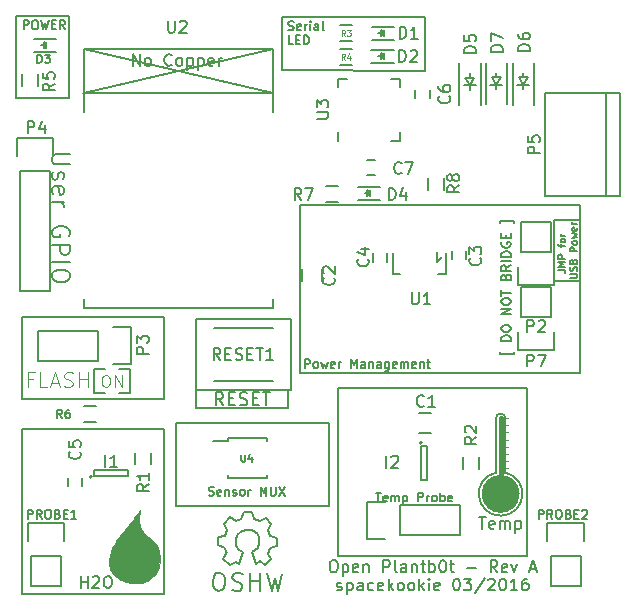
<source format=gbr>
G04 #@! TF.FileFunction,Legend,Top*
%FSLAX46Y46*%
G04 Gerber Fmt 4.6, Leading zero omitted, Abs format (unit mm)*
G04 Created by KiCad (PCBNEW 4.0.2-1.fc23-product) date Tue 29 Mar 2016 21:37:23 CEST*
%MOMM*%
G01*
G04 APERTURE LIST*
%ADD10C,0.100000*%
%ADD11C,0.150000*%
%ADD12C,0.200000*%
%ADD13C,0.125000*%
%ADD14C,0.400000*%
%ADD15C,1.000000*%
%ADD16C,0.010000*%
%ADD17C,0.152400*%
%ADD18C,0.050000*%
G04 APERTURE END LIST*
D10*
D11*
X192628571Y-78947618D02*
X192628571Y-79138095D01*
X191485714Y-79138095D01*
X191485714Y-78947618D01*
X192361905Y-78033333D02*
X191561905Y-78033333D01*
X191561905Y-77842857D01*
X191600000Y-77728571D01*
X191676190Y-77652380D01*
X191752381Y-77614285D01*
X191904762Y-77576190D01*
X192019048Y-77576190D01*
X192171429Y-77614285D01*
X192247619Y-77652380D01*
X192323810Y-77728571D01*
X192361905Y-77842857D01*
X192361905Y-78033333D01*
X191561905Y-77080952D02*
X191561905Y-76928571D01*
X191600000Y-76852380D01*
X191676190Y-76776190D01*
X191828571Y-76738095D01*
X192095238Y-76738095D01*
X192247619Y-76776190D01*
X192323810Y-76852380D01*
X192361905Y-76928571D01*
X192361905Y-77080952D01*
X192323810Y-77157142D01*
X192247619Y-77233333D01*
X192095238Y-77271428D01*
X191828571Y-77271428D01*
X191676190Y-77233333D01*
X191600000Y-77157142D01*
X191561905Y-77080952D01*
X192361905Y-75785714D02*
X191561905Y-75785714D01*
X192361905Y-75328571D01*
X191561905Y-75328571D01*
X191561905Y-74795238D02*
X191561905Y-74642857D01*
X191600000Y-74566666D01*
X191676190Y-74490476D01*
X191828571Y-74452381D01*
X192095238Y-74452381D01*
X192247619Y-74490476D01*
X192323810Y-74566666D01*
X192361905Y-74642857D01*
X192361905Y-74795238D01*
X192323810Y-74871428D01*
X192247619Y-74947619D01*
X192095238Y-74985714D01*
X191828571Y-74985714D01*
X191676190Y-74947619D01*
X191600000Y-74871428D01*
X191561905Y-74795238D01*
X191561905Y-74223810D02*
X191561905Y-73766667D01*
X192361905Y-73995238D02*
X191561905Y-73995238D01*
X191942857Y-72623809D02*
X191980952Y-72509523D01*
X192019048Y-72471428D01*
X192095238Y-72433333D01*
X192209524Y-72433333D01*
X192285714Y-72471428D01*
X192323810Y-72509523D01*
X192361905Y-72585714D01*
X192361905Y-72890476D01*
X191561905Y-72890476D01*
X191561905Y-72623809D01*
X191600000Y-72547619D01*
X191638095Y-72509523D01*
X191714286Y-72471428D01*
X191790476Y-72471428D01*
X191866667Y-72509523D01*
X191904762Y-72547619D01*
X191942857Y-72623809D01*
X191942857Y-72890476D01*
X192361905Y-71633333D02*
X191980952Y-71900000D01*
X192361905Y-72090476D02*
X191561905Y-72090476D01*
X191561905Y-71785714D01*
X191600000Y-71709523D01*
X191638095Y-71671428D01*
X191714286Y-71633333D01*
X191828571Y-71633333D01*
X191904762Y-71671428D01*
X191942857Y-71709523D01*
X191980952Y-71785714D01*
X191980952Y-72090476D01*
X192361905Y-71290476D02*
X191561905Y-71290476D01*
X192361905Y-70909524D02*
X191561905Y-70909524D01*
X191561905Y-70719048D01*
X191600000Y-70604762D01*
X191676190Y-70528571D01*
X191752381Y-70490476D01*
X191904762Y-70452381D01*
X192019048Y-70452381D01*
X192171429Y-70490476D01*
X192247619Y-70528571D01*
X192323810Y-70604762D01*
X192361905Y-70719048D01*
X192361905Y-70909524D01*
X191600000Y-69690476D02*
X191561905Y-69766667D01*
X191561905Y-69880952D01*
X191600000Y-69995238D01*
X191676190Y-70071429D01*
X191752381Y-70109524D01*
X191904762Y-70147619D01*
X192019048Y-70147619D01*
X192171429Y-70109524D01*
X192247619Y-70071429D01*
X192323810Y-69995238D01*
X192361905Y-69880952D01*
X192361905Y-69804762D01*
X192323810Y-69690476D01*
X192285714Y-69652381D01*
X192019048Y-69652381D01*
X192019048Y-69804762D01*
X191942857Y-69309524D02*
X191942857Y-69042857D01*
X192361905Y-68928571D02*
X192361905Y-69309524D01*
X191561905Y-69309524D01*
X191561905Y-68928571D01*
X192628571Y-68052380D02*
X192628571Y-67861904D01*
X191485714Y-67861904D01*
X191485714Y-68052380D01*
X174928571Y-80339286D02*
X174928571Y-79589286D01*
X175214286Y-79589286D01*
X175285714Y-79625000D01*
X175321429Y-79660714D01*
X175357143Y-79732143D01*
X175357143Y-79839286D01*
X175321429Y-79910714D01*
X175285714Y-79946429D01*
X175214286Y-79982143D01*
X174928571Y-79982143D01*
X175785714Y-80339286D02*
X175714286Y-80303571D01*
X175678571Y-80267857D01*
X175642857Y-80196429D01*
X175642857Y-79982143D01*
X175678571Y-79910714D01*
X175714286Y-79875000D01*
X175785714Y-79839286D01*
X175892857Y-79839286D01*
X175964286Y-79875000D01*
X176000000Y-79910714D01*
X176035714Y-79982143D01*
X176035714Y-80196429D01*
X176000000Y-80267857D01*
X175964286Y-80303571D01*
X175892857Y-80339286D01*
X175785714Y-80339286D01*
X176285714Y-79839286D02*
X176428571Y-80339286D01*
X176571428Y-79982143D01*
X176714285Y-80339286D01*
X176857142Y-79839286D01*
X177428571Y-80303571D02*
X177357142Y-80339286D01*
X177214285Y-80339286D01*
X177142856Y-80303571D01*
X177107142Y-80232143D01*
X177107142Y-79946429D01*
X177142856Y-79875000D01*
X177214285Y-79839286D01*
X177357142Y-79839286D01*
X177428571Y-79875000D01*
X177464285Y-79946429D01*
X177464285Y-80017857D01*
X177107142Y-80089286D01*
X177785713Y-80339286D02*
X177785713Y-79839286D01*
X177785713Y-79982143D02*
X177821428Y-79910714D01*
X177857142Y-79875000D01*
X177928571Y-79839286D01*
X177999999Y-79839286D01*
X178821428Y-80339286D02*
X178821428Y-79589286D01*
X179071428Y-80125000D01*
X179321428Y-79589286D01*
X179321428Y-80339286D01*
X180000000Y-80339286D02*
X180000000Y-79946429D01*
X179964286Y-79875000D01*
X179892857Y-79839286D01*
X179750000Y-79839286D01*
X179678571Y-79875000D01*
X180000000Y-80303571D02*
X179928571Y-80339286D01*
X179750000Y-80339286D01*
X179678571Y-80303571D01*
X179642857Y-80232143D01*
X179642857Y-80160714D01*
X179678571Y-80089286D01*
X179750000Y-80053571D01*
X179928571Y-80053571D01*
X180000000Y-80017857D01*
X180357142Y-79839286D02*
X180357142Y-80339286D01*
X180357142Y-79910714D02*
X180392857Y-79875000D01*
X180464285Y-79839286D01*
X180571428Y-79839286D01*
X180642857Y-79875000D01*
X180678571Y-79946429D01*
X180678571Y-80339286D01*
X181357142Y-80339286D02*
X181357142Y-79946429D01*
X181321428Y-79875000D01*
X181249999Y-79839286D01*
X181107142Y-79839286D01*
X181035713Y-79875000D01*
X181357142Y-80303571D02*
X181285713Y-80339286D01*
X181107142Y-80339286D01*
X181035713Y-80303571D01*
X180999999Y-80232143D01*
X180999999Y-80160714D01*
X181035713Y-80089286D01*
X181107142Y-80053571D01*
X181285713Y-80053571D01*
X181357142Y-80017857D01*
X182035713Y-79839286D02*
X182035713Y-80446429D01*
X181999999Y-80517857D01*
X181964284Y-80553571D01*
X181892856Y-80589286D01*
X181785713Y-80589286D01*
X181714284Y-80553571D01*
X182035713Y-80303571D02*
X181964284Y-80339286D01*
X181821427Y-80339286D01*
X181749999Y-80303571D01*
X181714284Y-80267857D01*
X181678570Y-80196429D01*
X181678570Y-79982143D01*
X181714284Y-79910714D01*
X181749999Y-79875000D01*
X181821427Y-79839286D01*
X181964284Y-79839286D01*
X182035713Y-79875000D01*
X182678570Y-80303571D02*
X182607141Y-80339286D01*
X182464284Y-80339286D01*
X182392855Y-80303571D01*
X182357141Y-80232143D01*
X182357141Y-79946429D01*
X182392855Y-79875000D01*
X182464284Y-79839286D01*
X182607141Y-79839286D01*
X182678570Y-79875000D01*
X182714284Y-79946429D01*
X182714284Y-80017857D01*
X182357141Y-80089286D01*
X183035712Y-80339286D02*
X183035712Y-79839286D01*
X183035712Y-79910714D02*
X183071427Y-79875000D01*
X183142855Y-79839286D01*
X183249998Y-79839286D01*
X183321427Y-79875000D01*
X183357141Y-79946429D01*
X183357141Y-80339286D01*
X183357141Y-79946429D02*
X183392855Y-79875000D01*
X183464284Y-79839286D01*
X183571427Y-79839286D01*
X183642855Y-79875000D01*
X183678570Y-79946429D01*
X183678570Y-80339286D01*
X184321427Y-80303571D02*
X184249998Y-80339286D01*
X184107141Y-80339286D01*
X184035712Y-80303571D01*
X183999998Y-80232143D01*
X183999998Y-79946429D01*
X184035712Y-79875000D01*
X184107141Y-79839286D01*
X184249998Y-79839286D01*
X184321427Y-79875000D01*
X184357141Y-79946429D01*
X184357141Y-80017857D01*
X183999998Y-80089286D01*
X184678569Y-79839286D02*
X184678569Y-80339286D01*
X184678569Y-79910714D02*
X184714284Y-79875000D01*
X184785712Y-79839286D01*
X184892855Y-79839286D01*
X184964284Y-79875000D01*
X184999998Y-79946429D01*
X184999998Y-80339286D01*
X185249998Y-79839286D02*
X185535712Y-79839286D01*
X185357140Y-79589286D02*
X185357140Y-80232143D01*
X185392855Y-80303571D01*
X185464283Y-80339286D01*
X185535712Y-80339286D01*
X196376429Y-72042857D02*
X196805000Y-72042857D01*
X196890714Y-72071429D01*
X196947857Y-72128572D01*
X196976429Y-72214286D01*
X196976429Y-72271429D01*
X196976429Y-71757143D02*
X196376429Y-71757143D01*
X196805000Y-71557143D01*
X196376429Y-71357143D01*
X196976429Y-71357143D01*
X196976429Y-71071429D02*
X196376429Y-71071429D01*
X196376429Y-70842857D01*
X196405000Y-70785715D01*
X196433571Y-70757143D01*
X196490714Y-70728572D01*
X196576429Y-70728572D01*
X196633571Y-70757143D01*
X196662143Y-70785715D01*
X196690714Y-70842857D01*
X196690714Y-71071429D01*
X196576429Y-70100000D02*
X196576429Y-69871429D01*
X196976429Y-70014286D02*
X196462143Y-70014286D01*
X196405000Y-69985714D01*
X196376429Y-69928572D01*
X196376429Y-69871429D01*
X196976429Y-69585715D02*
X196947857Y-69642857D01*
X196919286Y-69671429D01*
X196862143Y-69700000D01*
X196690714Y-69700000D01*
X196633571Y-69671429D01*
X196605000Y-69642857D01*
X196576429Y-69585715D01*
X196576429Y-69500000D01*
X196605000Y-69442857D01*
X196633571Y-69414286D01*
X196690714Y-69385715D01*
X196862143Y-69385715D01*
X196919286Y-69414286D01*
X196947857Y-69442857D01*
X196976429Y-69500000D01*
X196976429Y-69585715D01*
X196976429Y-69128572D02*
X196576429Y-69128572D01*
X196690714Y-69128572D02*
X196633571Y-69100000D01*
X196605000Y-69071429D01*
X196576429Y-69014286D01*
X196576429Y-68957143D01*
X197366429Y-72714286D02*
X197852143Y-72714286D01*
X197909286Y-72685714D01*
X197937857Y-72657143D01*
X197966429Y-72600000D01*
X197966429Y-72485714D01*
X197937857Y-72428572D01*
X197909286Y-72400000D01*
X197852143Y-72371429D01*
X197366429Y-72371429D01*
X197937857Y-72114286D02*
X197966429Y-72028572D01*
X197966429Y-71885715D01*
X197937857Y-71828572D01*
X197909286Y-71800001D01*
X197852143Y-71771429D01*
X197795000Y-71771429D01*
X197737857Y-71800001D01*
X197709286Y-71828572D01*
X197680714Y-71885715D01*
X197652143Y-72000001D01*
X197623571Y-72057143D01*
X197595000Y-72085715D01*
X197537857Y-72114286D01*
X197480714Y-72114286D01*
X197423571Y-72085715D01*
X197395000Y-72057143D01*
X197366429Y-72000001D01*
X197366429Y-71857143D01*
X197395000Y-71771429D01*
X197652143Y-71314286D02*
X197680714Y-71228572D01*
X197709286Y-71200000D01*
X197766429Y-71171429D01*
X197852143Y-71171429D01*
X197909286Y-71200000D01*
X197937857Y-71228572D01*
X197966429Y-71285714D01*
X197966429Y-71514286D01*
X197366429Y-71514286D01*
X197366429Y-71314286D01*
X197395000Y-71257143D01*
X197423571Y-71228572D01*
X197480714Y-71200000D01*
X197537857Y-71200000D01*
X197595000Y-71228572D01*
X197623571Y-71257143D01*
X197652143Y-71314286D01*
X197652143Y-71514286D01*
X197966429Y-70457143D02*
X197366429Y-70457143D01*
X197366429Y-70228571D01*
X197395000Y-70171429D01*
X197423571Y-70142857D01*
X197480714Y-70114286D01*
X197566429Y-70114286D01*
X197623571Y-70142857D01*
X197652143Y-70171429D01*
X197680714Y-70228571D01*
X197680714Y-70457143D01*
X197966429Y-69771429D02*
X197937857Y-69828571D01*
X197909286Y-69857143D01*
X197852143Y-69885714D01*
X197680714Y-69885714D01*
X197623571Y-69857143D01*
X197595000Y-69828571D01*
X197566429Y-69771429D01*
X197566429Y-69685714D01*
X197595000Y-69628571D01*
X197623571Y-69600000D01*
X197680714Y-69571429D01*
X197852143Y-69571429D01*
X197909286Y-69600000D01*
X197937857Y-69628571D01*
X197966429Y-69685714D01*
X197966429Y-69771429D01*
X197566429Y-69371429D02*
X197966429Y-69257143D01*
X197680714Y-69142857D01*
X197966429Y-69028572D01*
X197566429Y-68914286D01*
X197937857Y-68457143D02*
X197966429Y-68514286D01*
X197966429Y-68628572D01*
X197937857Y-68685715D01*
X197880714Y-68714286D01*
X197652143Y-68714286D01*
X197595000Y-68685715D01*
X197566429Y-68628572D01*
X197566429Y-68514286D01*
X197595000Y-68457143D01*
X197652143Y-68428572D01*
X197709286Y-68428572D01*
X197766429Y-68714286D01*
X197966429Y-68171429D02*
X197566429Y-68171429D01*
X197680714Y-68171429D02*
X197623571Y-68142857D01*
X197595000Y-68114286D01*
X197566429Y-68057143D01*
X197566429Y-68000000D01*
D12*
X196000000Y-67800000D02*
X198200000Y-67800000D01*
X196000000Y-73000000D02*
X196000000Y-67800000D01*
X198200000Y-73000000D02*
X196000000Y-73000000D01*
D11*
X166785714Y-91103571D02*
X166892857Y-91139286D01*
X167071428Y-91139286D01*
X167142857Y-91103571D01*
X167178571Y-91067857D01*
X167214286Y-90996429D01*
X167214286Y-90925000D01*
X167178571Y-90853571D01*
X167142857Y-90817857D01*
X167071428Y-90782143D01*
X166928571Y-90746429D01*
X166857143Y-90710714D01*
X166821428Y-90675000D01*
X166785714Y-90603571D01*
X166785714Y-90532143D01*
X166821428Y-90460714D01*
X166857143Y-90425000D01*
X166928571Y-90389286D01*
X167107143Y-90389286D01*
X167214286Y-90425000D01*
X167821429Y-91103571D02*
X167750000Y-91139286D01*
X167607143Y-91139286D01*
X167535714Y-91103571D01*
X167500000Y-91032143D01*
X167500000Y-90746429D01*
X167535714Y-90675000D01*
X167607143Y-90639286D01*
X167750000Y-90639286D01*
X167821429Y-90675000D01*
X167857143Y-90746429D01*
X167857143Y-90817857D01*
X167500000Y-90889286D01*
X168178571Y-90639286D02*
X168178571Y-91139286D01*
X168178571Y-90710714D02*
X168214286Y-90675000D01*
X168285714Y-90639286D01*
X168392857Y-90639286D01*
X168464286Y-90675000D01*
X168500000Y-90746429D01*
X168500000Y-91139286D01*
X168821428Y-91103571D02*
X168892857Y-91139286D01*
X169035714Y-91139286D01*
X169107142Y-91103571D01*
X169142857Y-91032143D01*
X169142857Y-90996429D01*
X169107142Y-90925000D01*
X169035714Y-90889286D01*
X168928571Y-90889286D01*
X168857142Y-90853571D01*
X168821428Y-90782143D01*
X168821428Y-90746429D01*
X168857142Y-90675000D01*
X168928571Y-90639286D01*
X169035714Y-90639286D01*
X169107142Y-90675000D01*
X169571428Y-91139286D02*
X169500000Y-91103571D01*
X169464285Y-91067857D01*
X169428571Y-90996429D01*
X169428571Y-90782143D01*
X169464285Y-90710714D01*
X169500000Y-90675000D01*
X169571428Y-90639286D01*
X169678571Y-90639286D01*
X169750000Y-90675000D01*
X169785714Y-90710714D01*
X169821428Y-90782143D01*
X169821428Y-90996429D01*
X169785714Y-91067857D01*
X169750000Y-91103571D01*
X169678571Y-91139286D01*
X169571428Y-91139286D01*
X170142856Y-91139286D02*
X170142856Y-90639286D01*
X170142856Y-90782143D02*
X170178571Y-90710714D01*
X170214285Y-90675000D01*
X170285714Y-90639286D01*
X170357142Y-90639286D01*
X171178571Y-91139286D02*
X171178571Y-90389286D01*
X171428571Y-90925000D01*
X171678571Y-90389286D01*
X171678571Y-91139286D01*
X172035714Y-90389286D02*
X172035714Y-90996429D01*
X172071429Y-91067857D01*
X172107143Y-91103571D01*
X172178572Y-91139286D01*
X172321429Y-91139286D01*
X172392857Y-91103571D01*
X172428572Y-91067857D01*
X172464286Y-90996429D01*
X172464286Y-90389286D01*
X172750000Y-90389286D02*
X173250000Y-91139286D01*
X173250000Y-90389286D02*
X172750000Y-91139286D01*
D12*
X164000000Y-85000000D02*
X165000000Y-85000000D01*
X164000000Y-92000000D02*
X164000000Y-85000000D01*
X177000000Y-92000000D02*
X164000000Y-92000000D01*
X177000000Y-85000000D02*
X177000000Y-92000000D01*
X165000000Y-85000000D02*
X177000000Y-85000000D01*
D11*
X168002381Y-83497619D02*
X167635715Y-82973810D01*
X167373810Y-83497619D02*
X167373810Y-82397619D01*
X167792857Y-82397619D01*
X167897619Y-82450000D01*
X167950000Y-82502381D01*
X168002381Y-82607143D01*
X168002381Y-82764286D01*
X167950000Y-82869048D01*
X167897619Y-82921429D01*
X167792857Y-82973810D01*
X167373810Y-82973810D01*
X168473810Y-82921429D02*
X168840476Y-82921429D01*
X168997619Y-83497619D02*
X168473810Y-83497619D01*
X168473810Y-82397619D01*
X168997619Y-82397619D01*
X169416667Y-83445238D02*
X169573810Y-83497619D01*
X169835714Y-83497619D01*
X169940476Y-83445238D01*
X169992857Y-83392857D01*
X170045238Y-83288095D01*
X170045238Y-83183333D01*
X169992857Y-83078571D01*
X169940476Y-83026190D01*
X169835714Y-82973810D01*
X169626191Y-82921429D01*
X169521429Y-82869048D01*
X169469048Y-82816667D01*
X169416667Y-82711905D01*
X169416667Y-82607143D01*
X169469048Y-82502381D01*
X169521429Y-82450000D01*
X169626191Y-82397619D01*
X169888095Y-82397619D01*
X170045238Y-82450000D01*
X170516667Y-82921429D02*
X170883333Y-82921429D01*
X171040476Y-83497619D02*
X170516667Y-83497619D01*
X170516667Y-82397619D01*
X171040476Y-82397619D01*
X171354762Y-82397619D02*
X171983333Y-82397619D01*
X171669048Y-83497619D02*
X171669048Y-82397619D01*
D12*
X155021429Y-62242857D02*
X153807143Y-62242857D01*
X153664286Y-62314285D01*
X153592857Y-62385714D01*
X153521429Y-62528571D01*
X153521429Y-62814285D01*
X153592857Y-62957143D01*
X153664286Y-63028571D01*
X153807143Y-63100000D01*
X155021429Y-63100000D01*
X153592857Y-63742857D02*
X153521429Y-63885714D01*
X153521429Y-64171429D01*
X153592857Y-64314286D01*
X153735714Y-64385714D01*
X153807143Y-64385714D01*
X153950000Y-64314286D01*
X154021429Y-64171429D01*
X154021429Y-63957143D01*
X154092857Y-63814286D01*
X154235714Y-63742857D01*
X154307143Y-63742857D01*
X154450000Y-63814286D01*
X154521429Y-63957143D01*
X154521429Y-64171429D01*
X154450000Y-64314286D01*
X153592857Y-65600000D02*
X153521429Y-65457143D01*
X153521429Y-65171429D01*
X153592857Y-65028572D01*
X153735714Y-64957143D01*
X154307143Y-64957143D01*
X154450000Y-65028572D01*
X154521429Y-65171429D01*
X154521429Y-65457143D01*
X154450000Y-65600000D01*
X154307143Y-65671429D01*
X154164286Y-65671429D01*
X154021429Y-64957143D01*
X153521429Y-66314286D02*
X154521429Y-66314286D01*
X154235714Y-66314286D02*
X154378571Y-66385714D01*
X154450000Y-66457143D01*
X154521429Y-66600000D01*
X154521429Y-66742857D01*
X154950000Y-69171428D02*
X155021429Y-69028571D01*
X155021429Y-68814285D01*
X154950000Y-68600000D01*
X154807143Y-68457142D01*
X154664286Y-68385714D01*
X154378571Y-68314285D01*
X154164286Y-68314285D01*
X153878571Y-68385714D01*
X153735714Y-68457142D01*
X153592857Y-68600000D01*
X153521429Y-68814285D01*
X153521429Y-68957142D01*
X153592857Y-69171428D01*
X153664286Y-69242857D01*
X154164286Y-69242857D01*
X154164286Y-68957142D01*
X153521429Y-69885714D02*
X155021429Y-69885714D01*
X155021429Y-70457142D01*
X154950000Y-70600000D01*
X154878571Y-70671428D01*
X154735714Y-70742857D01*
X154521429Y-70742857D01*
X154378571Y-70671428D01*
X154307143Y-70600000D01*
X154235714Y-70457142D01*
X154235714Y-69885714D01*
X153521429Y-71385714D02*
X155021429Y-71385714D01*
X155021429Y-72385714D02*
X155021429Y-72671428D01*
X154950000Y-72814286D01*
X154807143Y-72957143D01*
X154521429Y-73028571D01*
X154021429Y-73028571D01*
X153735714Y-72957143D01*
X153592857Y-72814286D01*
X153521429Y-72671428D01*
X153521429Y-72385714D01*
X153592857Y-72242857D01*
X153735714Y-72100000D01*
X154021429Y-72028571D01*
X154521429Y-72028571D01*
X154807143Y-72100000D01*
X154950000Y-72242857D01*
X155021429Y-72385714D01*
D11*
X173542857Y-51703571D02*
X173650000Y-51739286D01*
X173828571Y-51739286D01*
X173900000Y-51703571D01*
X173935714Y-51667857D01*
X173971429Y-51596429D01*
X173971429Y-51525000D01*
X173935714Y-51453571D01*
X173900000Y-51417857D01*
X173828571Y-51382143D01*
X173685714Y-51346429D01*
X173614286Y-51310714D01*
X173578571Y-51275000D01*
X173542857Y-51203571D01*
X173542857Y-51132143D01*
X173578571Y-51060714D01*
X173614286Y-51025000D01*
X173685714Y-50989286D01*
X173864286Y-50989286D01*
X173971429Y-51025000D01*
X174578572Y-51703571D02*
X174507143Y-51739286D01*
X174364286Y-51739286D01*
X174292857Y-51703571D01*
X174257143Y-51632143D01*
X174257143Y-51346429D01*
X174292857Y-51275000D01*
X174364286Y-51239286D01*
X174507143Y-51239286D01*
X174578572Y-51275000D01*
X174614286Y-51346429D01*
X174614286Y-51417857D01*
X174257143Y-51489286D01*
X174935714Y-51739286D02*
X174935714Y-51239286D01*
X174935714Y-51382143D02*
X174971429Y-51310714D01*
X175007143Y-51275000D01*
X175078572Y-51239286D01*
X175150000Y-51239286D01*
X175400000Y-51739286D02*
X175400000Y-51239286D01*
X175400000Y-50989286D02*
X175364286Y-51025000D01*
X175400000Y-51060714D01*
X175435715Y-51025000D01*
X175400000Y-50989286D01*
X175400000Y-51060714D01*
X176078572Y-51739286D02*
X176078572Y-51346429D01*
X176042858Y-51275000D01*
X175971429Y-51239286D01*
X175828572Y-51239286D01*
X175757143Y-51275000D01*
X176078572Y-51703571D02*
X176007143Y-51739286D01*
X175828572Y-51739286D01*
X175757143Y-51703571D01*
X175721429Y-51632143D01*
X175721429Y-51560714D01*
X175757143Y-51489286D01*
X175828572Y-51453571D01*
X176007143Y-51453571D01*
X176078572Y-51417857D01*
X176542857Y-51739286D02*
X176471429Y-51703571D01*
X176435714Y-51632143D01*
X176435714Y-50989286D01*
X173935714Y-52939286D02*
X173578571Y-52939286D01*
X173578571Y-52189286D01*
X174185714Y-52546429D02*
X174435714Y-52546429D01*
X174542857Y-52939286D02*
X174185714Y-52939286D01*
X174185714Y-52189286D01*
X174542857Y-52189286D01*
X174864285Y-52939286D02*
X174864285Y-52189286D01*
X175042857Y-52189286D01*
X175150000Y-52225000D01*
X175221428Y-52296429D01*
X175257143Y-52367857D01*
X175292857Y-52510714D01*
X175292857Y-52617857D01*
X175257143Y-52760714D01*
X175221428Y-52832143D01*
X175150000Y-52903571D01*
X175042857Y-52939286D01*
X174864285Y-52939286D01*
D12*
X173000000Y-50600000D02*
X173000000Y-55100000D01*
X185100000Y-50600000D02*
X173000000Y-50600000D01*
X185100000Y-55200000D02*
X185100000Y-50600000D01*
X173000000Y-55100000D02*
X185100000Y-55200000D01*
X160100000Y-80400000D02*
X160100000Y-82500000D01*
X159200000Y-82500000D02*
X160100000Y-82500000D01*
X160100000Y-80400000D02*
X159200000Y-80400000D01*
D10*
X157980952Y-80952381D02*
X158171429Y-80952381D01*
X158266667Y-81000000D01*
X158361905Y-81095238D01*
X158409524Y-81285714D01*
X158409524Y-81619048D01*
X158361905Y-81809524D01*
X158266667Y-81904762D01*
X158171429Y-81952381D01*
X157980952Y-81952381D01*
X157885714Y-81904762D01*
X157790476Y-81809524D01*
X157742857Y-81619048D01*
X157742857Y-81285714D01*
X157790476Y-81095238D01*
X157885714Y-81000000D01*
X157980952Y-80952381D01*
X158838095Y-81952381D02*
X158838095Y-80952381D01*
X159409524Y-81952381D01*
X159409524Y-80952381D01*
D12*
X157100000Y-82500000D02*
X158000000Y-82500000D01*
X157100000Y-80400000D02*
X157100000Y-82500000D01*
X158000000Y-80400000D02*
X157100000Y-80400000D01*
X173500000Y-83750000D02*
X173500000Y-82250000D01*
X165750000Y-83750000D02*
X173500000Y-83750000D01*
X165750000Y-82250000D02*
X165750000Y-83750000D01*
X189666667Y-92952381D02*
X190238096Y-92952381D01*
X189952381Y-93952381D02*
X189952381Y-92952381D01*
X190952382Y-93904762D02*
X190857144Y-93952381D01*
X190666667Y-93952381D01*
X190571429Y-93904762D01*
X190523810Y-93809524D01*
X190523810Y-93428571D01*
X190571429Y-93333333D01*
X190666667Y-93285714D01*
X190857144Y-93285714D01*
X190952382Y-93333333D01*
X191000001Y-93428571D01*
X191000001Y-93523810D01*
X190523810Y-93619048D01*
X191428572Y-93952381D02*
X191428572Y-93285714D01*
X191428572Y-93380952D02*
X191476191Y-93333333D01*
X191571429Y-93285714D01*
X191714287Y-93285714D01*
X191809525Y-93333333D01*
X191857144Y-93428571D01*
X191857144Y-93952381D01*
X191857144Y-93428571D02*
X191904763Y-93333333D01*
X192000001Y-93285714D01*
X192142858Y-93285714D01*
X192238096Y-93333333D01*
X192285715Y-93428571D01*
X192285715Y-93952381D01*
X192761905Y-93285714D02*
X192761905Y-94285714D01*
X192761905Y-93333333D02*
X192857143Y-93285714D01*
X193047620Y-93285714D01*
X193142858Y-93333333D01*
X193190477Y-93380952D01*
X193238096Y-93476190D01*
X193238096Y-93761905D01*
X193190477Y-93857143D01*
X193142858Y-93904762D01*
X193047620Y-93952381D01*
X192857143Y-93952381D01*
X192761905Y-93904762D01*
X155964286Y-98952381D02*
X155964286Y-97952381D01*
X155964286Y-98428571D02*
X156535715Y-98428571D01*
X156535715Y-98952381D02*
X156535715Y-97952381D01*
X156964286Y-98047619D02*
X157011905Y-98000000D01*
X157107143Y-97952381D01*
X157345239Y-97952381D01*
X157440477Y-98000000D01*
X157488096Y-98047619D01*
X157535715Y-98142857D01*
X157535715Y-98238095D01*
X157488096Y-98380952D01*
X156916667Y-98952381D01*
X157535715Y-98952381D01*
X158154762Y-97952381D02*
X158345239Y-97952381D01*
X158440477Y-98000000D01*
X158535715Y-98095238D01*
X158583334Y-98285714D01*
X158583334Y-98619048D01*
X158535715Y-98809524D01*
X158440477Y-98904762D01*
X158345239Y-98952381D01*
X158154762Y-98952381D01*
X158059524Y-98904762D01*
X157964286Y-98809524D01*
X157916667Y-98619048D01*
X157916667Y-98285714D01*
X157964286Y-98095238D01*
X158059524Y-98000000D01*
X158154762Y-97952381D01*
X151000000Y-99500000D02*
X151000000Y-85500000D01*
X163000000Y-99500000D02*
X151000000Y-99500000D01*
X163000000Y-85500000D02*
X163000000Y-99500000D01*
X151000000Y-85500000D02*
X163000000Y-85500000D01*
D11*
X177273808Y-96627381D02*
X177464285Y-96627381D01*
X177559523Y-96675000D01*
X177654761Y-96770238D01*
X177702380Y-96960714D01*
X177702380Y-97294048D01*
X177654761Y-97484524D01*
X177559523Y-97579762D01*
X177464285Y-97627381D01*
X177273808Y-97627381D01*
X177178570Y-97579762D01*
X177083332Y-97484524D01*
X177035713Y-97294048D01*
X177035713Y-96960714D01*
X177083332Y-96770238D01*
X177178570Y-96675000D01*
X177273808Y-96627381D01*
X178130951Y-96960714D02*
X178130951Y-97960714D01*
X178130951Y-97008333D02*
X178226189Y-96960714D01*
X178416666Y-96960714D01*
X178511904Y-97008333D01*
X178559523Y-97055952D01*
X178607142Y-97151190D01*
X178607142Y-97436905D01*
X178559523Y-97532143D01*
X178511904Y-97579762D01*
X178416666Y-97627381D01*
X178226189Y-97627381D01*
X178130951Y-97579762D01*
X179416666Y-97579762D02*
X179321428Y-97627381D01*
X179130951Y-97627381D01*
X179035713Y-97579762D01*
X178988094Y-97484524D01*
X178988094Y-97103571D01*
X179035713Y-97008333D01*
X179130951Y-96960714D01*
X179321428Y-96960714D01*
X179416666Y-97008333D01*
X179464285Y-97103571D01*
X179464285Y-97198810D01*
X178988094Y-97294048D01*
X179892856Y-96960714D02*
X179892856Y-97627381D01*
X179892856Y-97055952D02*
X179940475Y-97008333D01*
X180035713Y-96960714D01*
X180178571Y-96960714D01*
X180273809Y-97008333D01*
X180321428Y-97103571D01*
X180321428Y-97627381D01*
X181559523Y-97627381D02*
X181559523Y-96627381D01*
X181940476Y-96627381D01*
X182035714Y-96675000D01*
X182083333Y-96722619D01*
X182130952Y-96817857D01*
X182130952Y-96960714D01*
X182083333Y-97055952D01*
X182035714Y-97103571D01*
X181940476Y-97151190D01*
X181559523Y-97151190D01*
X182702380Y-97627381D02*
X182607142Y-97579762D01*
X182559523Y-97484524D01*
X182559523Y-96627381D01*
X183511905Y-97627381D02*
X183511905Y-97103571D01*
X183464286Y-97008333D01*
X183369048Y-96960714D01*
X183178571Y-96960714D01*
X183083333Y-97008333D01*
X183511905Y-97579762D02*
X183416667Y-97627381D01*
X183178571Y-97627381D01*
X183083333Y-97579762D01*
X183035714Y-97484524D01*
X183035714Y-97389286D01*
X183083333Y-97294048D01*
X183178571Y-97246429D01*
X183416667Y-97246429D01*
X183511905Y-97198810D01*
X183988095Y-96960714D02*
X183988095Y-97627381D01*
X183988095Y-97055952D02*
X184035714Y-97008333D01*
X184130952Y-96960714D01*
X184273810Y-96960714D01*
X184369048Y-97008333D01*
X184416667Y-97103571D01*
X184416667Y-97627381D01*
X184750000Y-96960714D02*
X185130952Y-96960714D01*
X184892857Y-96627381D02*
X184892857Y-97484524D01*
X184940476Y-97579762D01*
X185035714Y-97627381D01*
X185130952Y-97627381D01*
X185464286Y-97627381D02*
X185464286Y-96627381D01*
X185464286Y-97008333D02*
X185559524Y-96960714D01*
X185750001Y-96960714D01*
X185845239Y-97008333D01*
X185892858Y-97055952D01*
X185940477Y-97151190D01*
X185940477Y-97436905D01*
X185892858Y-97532143D01*
X185845239Y-97579762D01*
X185750001Y-97627381D01*
X185559524Y-97627381D01*
X185464286Y-97579762D01*
X186559524Y-96627381D02*
X186654763Y-96627381D01*
X186750001Y-96675000D01*
X186797620Y-96722619D01*
X186845239Y-96817857D01*
X186892858Y-97008333D01*
X186892858Y-97246429D01*
X186845239Y-97436905D01*
X186797620Y-97532143D01*
X186750001Y-97579762D01*
X186654763Y-97627381D01*
X186559524Y-97627381D01*
X186464286Y-97579762D01*
X186416667Y-97532143D01*
X186369048Y-97436905D01*
X186321429Y-97246429D01*
X186321429Y-97008333D01*
X186369048Y-96817857D01*
X186416667Y-96722619D01*
X186464286Y-96675000D01*
X186559524Y-96627381D01*
X187178572Y-96960714D02*
X187559524Y-96960714D01*
X187321429Y-96627381D02*
X187321429Y-97484524D01*
X187369048Y-97579762D01*
X187464286Y-97627381D01*
X187559524Y-97627381D01*
X188654763Y-97246429D02*
X189416668Y-97246429D01*
X191226192Y-97627381D02*
X190892858Y-97151190D01*
X190654763Y-97627381D02*
X190654763Y-96627381D01*
X191035716Y-96627381D01*
X191130954Y-96675000D01*
X191178573Y-96722619D01*
X191226192Y-96817857D01*
X191226192Y-96960714D01*
X191178573Y-97055952D01*
X191130954Y-97103571D01*
X191035716Y-97151190D01*
X190654763Y-97151190D01*
X192035716Y-97579762D02*
X191940478Y-97627381D01*
X191750001Y-97627381D01*
X191654763Y-97579762D01*
X191607144Y-97484524D01*
X191607144Y-97103571D01*
X191654763Y-97008333D01*
X191750001Y-96960714D01*
X191940478Y-96960714D01*
X192035716Y-97008333D01*
X192083335Y-97103571D01*
X192083335Y-97198810D01*
X191607144Y-97294048D01*
X192416668Y-96960714D02*
X192654763Y-97627381D01*
X192892859Y-96960714D01*
X193988097Y-97341667D02*
X194464288Y-97341667D01*
X193892859Y-97627381D02*
X194226192Y-96627381D01*
X194559526Y-97627381D01*
X177630952Y-99129762D02*
X177726190Y-99177381D01*
X177916666Y-99177381D01*
X178011905Y-99129762D01*
X178059524Y-99034524D01*
X178059524Y-98986905D01*
X178011905Y-98891667D01*
X177916666Y-98844048D01*
X177773809Y-98844048D01*
X177678571Y-98796429D01*
X177630952Y-98701190D01*
X177630952Y-98653571D01*
X177678571Y-98558333D01*
X177773809Y-98510714D01*
X177916666Y-98510714D01*
X178011905Y-98558333D01*
X178488095Y-98510714D02*
X178488095Y-99510714D01*
X178488095Y-98558333D02*
X178583333Y-98510714D01*
X178773810Y-98510714D01*
X178869048Y-98558333D01*
X178916667Y-98605952D01*
X178964286Y-98701190D01*
X178964286Y-98986905D01*
X178916667Y-99082143D01*
X178869048Y-99129762D01*
X178773810Y-99177381D01*
X178583333Y-99177381D01*
X178488095Y-99129762D01*
X179821429Y-99177381D02*
X179821429Y-98653571D01*
X179773810Y-98558333D01*
X179678572Y-98510714D01*
X179488095Y-98510714D01*
X179392857Y-98558333D01*
X179821429Y-99129762D02*
X179726191Y-99177381D01*
X179488095Y-99177381D01*
X179392857Y-99129762D01*
X179345238Y-99034524D01*
X179345238Y-98939286D01*
X179392857Y-98844048D01*
X179488095Y-98796429D01*
X179726191Y-98796429D01*
X179821429Y-98748810D01*
X180726191Y-99129762D02*
X180630953Y-99177381D01*
X180440476Y-99177381D01*
X180345238Y-99129762D01*
X180297619Y-99082143D01*
X180250000Y-98986905D01*
X180250000Y-98701190D01*
X180297619Y-98605952D01*
X180345238Y-98558333D01*
X180440476Y-98510714D01*
X180630953Y-98510714D01*
X180726191Y-98558333D01*
X181535715Y-99129762D02*
X181440477Y-99177381D01*
X181250000Y-99177381D01*
X181154762Y-99129762D01*
X181107143Y-99034524D01*
X181107143Y-98653571D01*
X181154762Y-98558333D01*
X181250000Y-98510714D01*
X181440477Y-98510714D01*
X181535715Y-98558333D01*
X181583334Y-98653571D01*
X181583334Y-98748810D01*
X181107143Y-98844048D01*
X182011905Y-99177381D02*
X182011905Y-98177381D01*
X182107143Y-98796429D02*
X182392858Y-99177381D01*
X182392858Y-98510714D02*
X182011905Y-98891667D01*
X182964286Y-99177381D02*
X182869048Y-99129762D01*
X182821429Y-99082143D01*
X182773810Y-98986905D01*
X182773810Y-98701190D01*
X182821429Y-98605952D01*
X182869048Y-98558333D01*
X182964286Y-98510714D01*
X183107144Y-98510714D01*
X183202382Y-98558333D01*
X183250001Y-98605952D01*
X183297620Y-98701190D01*
X183297620Y-98986905D01*
X183250001Y-99082143D01*
X183202382Y-99129762D01*
X183107144Y-99177381D01*
X182964286Y-99177381D01*
X183869048Y-99177381D02*
X183773810Y-99129762D01*
X183726191Y-99082143D01*
X183678572Y-98986905D01*
X183678572Y-98701190D01*
X183726191Y-98605952D01*
X183773810Y-98558333D01*
X183869048Y-98510714D01*
X184011906Y-98510714D01*
X184107144Y-98558333D01*
X184154763Y-98605952D01*
X184202382Y-98701190D01*
X184202382Y-98986905D01*
X184154763Y-99082143D01*
X184107144Y-99129762D01*
X184011906Y-99177381D01*
X183869048Y-99177381D01*
X184630953Y-99177381D02*
X184630953Y-98177381D01*
X184726191Y-98796429D02*
X185011906Y-99177381D01*
X185011906Y-98510714D02*
X184630953Y-98891667D01*
X185440477Y-99177381D02*
X185440477Y-98510714D01*
X185440477Y-98177381D02*
X185392858Y-98225000D01*
X185440477Y-98272619D01*
X185488096Y-98225000D01*
X185440477Y-98177381D01*
X185440477Y-98272619D01*
X186297620Y-99129762D02*
X186202382Y-99177381D01*
X186011905Y-99177381D01*
X185916667Y-99129762D01*
X185869048Y-99034524D01*
X185869048Y-98653571D01*
X185916667Y-98558333D01*
X186011905Y-98510714D01*
X186202382Y-98510714D01*
X186297620Y-98558333D01*
X186345239Y-98653571D01*
X186345239Y-98748810D01*
X185869048Y-98844048D01*
X187726191Y-98177381D02*
X187821430Y-98177381D01*
X187916668Y-98225000D01*
X187964287Y-98272619D01*
X188011906Y-98367857D01*
X188059525Y-98558333D01*
X188059525Y-98796429D01*
X188011906Y-98986905D01*
X187964287Y-99082143D01*
X187916668Y-99129762D01*
X187821430Y-99177381D01*
X187726191Y-99177381D01*
X187630953Y-99129762D01*
X187583334Y-99082143D01*
X187535715Y-98986905D01*
X187488096Y-98796429D01*
X187488096Y-98558333D01*
X187535715Y-98367857D01*
X187583334Y-98272619D01*
X187630953Y-98225000D01*
X187726191Y-98177381D01*
X188392858Y-98177381D02*
X189011906Y-98177381D01*
X188678572Y-98558333D01*
X188821430Y-98558333D01*
X188916668Y-98605952D01*
X188964287Y-98653571D01*
X189011906Y-98748810D01*
X189011906Y-98986905D01*
X188964287Y-99082143D01*
X188916668Y-99129762D01*
X188821430Y-99177381D01*
X188535715Y-99177381D01*
X188440477Y-99129762D01*
X188392858Y-99082143D01*
X190154763Y-98129762D02*
X189297620Y-99415476D01*
X190440477Y-98272619D02*
X190488096Y-98225000D01*
X190583334Y-98177381D01*
X190821430Y-98177381D01*
X190916668Y-98225000D01*
X190964287Y-98272619D01*
X191011906Y-98367857D01*
X191011906Y-98463095D01*
X190964287Y-98605952D01*
X190392858Y-99177381D01*
X191011906Y-99177381D01*
X191630953Y-98177381D02*
X191726192Y-98177381D01*
X191821430Y-98225000D01*
X191869049Y-98272619D01*
X191916668Y-98367857D01*
X191964287Y-98558333D01*
X191964287Y-98796429D01*
X191916668Y-98986905D01*
X191869049Y-99082143D01*
X191821430Y-99129762D01*
X191726192Y-99177381D01*
X191630953Y-99177381D01*
X191535715Y-99129762D01*
X191488096Y-99082143D01*
X191440477Y-98986905D01*
X191392858Y-98796429D01*
X191392858Y-98558333D01*
X191440477Y-98367857D01*
X191488096Y-98272619D01*
X191535715Y-98225000D01*
X191630953Y-98177381D01*
X192916668Y-99177381D02*
X192345239Y-99177381D01*
X192630953Y-99177381D02*
X192630953Y-98177381D01*
X192535715Y-98320238D01*
X192440477Y-98415476D01*
X192345239Y-98463095D01*
X193773811Y-98177381D02*
X193583334Y-98177381D01*
X193488096Y-98225000D01*
X193440477Y-98272619D01*
X193345239Y-98415476D01*
X193297620Y-98605952D01*
X193297620Y-98986905D01*
X193345239Y-99082143D01*
X193392858Y-99129762D01*
X193488096Y-99177381D01*
X193678573Y-99177381D01*
X193773811Y-99129762D01*
X193821430Y-99082143D01*
X193869049Y-98986905D01*
X193869049Y-98748810D01*
X193821430Y-98653571D01*
X193773811Y-98605952D01*
X193678573Y-98558333D01*
X193488096Y-98558333D01*
X193392858Y-98605952D01*
X193345239Y-98653571D01*
X193297620Y-98748810D01*
D12*
X177750000Y-96250000D02*
X177750000Y-82000000D01*
X193750000Y-96250000D02*
X177750000Y-96250000D01*
X193750000Y-82000000D02*
X193750000Y-96250000D01*
X177750000Y-82000000D02*
X193750000Y-82000000D01*
D11*
X151117857Y-51649286D02*
X151117857Y-50899286D01*
X151403572Y-50899286D01*
X151475000Y-50935000D01*
X151510715Y-50970714D01*
X151546429Y-51042143D01*
X151546429Y-51149286D01*
X151510715Y-51220714D01*
X151475000Y-51256429D01*
X151403572Y-51292143D01*
X151117857Y-51292143D01*
X152010715Y-50899286D02*
X152153572Y-50899286D01*
X152225000Y-50935000D01*
X152296429Y-51006429D01*
X152332143Y-51149286D01*
X152332143Y-51399286D01*
X152296429Y-51542143D01*
X152225000Y-51613571D01*
X152153572Y-51649286D01*
X152010715Y-51649286D01*
X151939286Y-51613571D01*
X151867857Y-51542143D01*
X151832143Y-51399286D01*
X151832143Y-51149286D01*
X151867857Y-51006429D01*
X151939286Y-50935000D01*
X152010715Y-50899286D01*
X152582143Y-50899286D02*
X152760714Y-51649286D01*
X152903571Y-51113571D01*
X153046429Y-51649286D01*
X153225000Y-50899286D01*
X153510714Y-51256429D02*
X153760714Y-51256429D01*
X153867857Y-51649286D02*
X153510714Y-51649286D01*
X153510714Y-50899286D01*
X153867857Y-50899286D01*
X154617857Y-51649286D02*
X154367857Y-51292143D01*
X154189285Y-51649286D02*
X154189285Y-50899286D01*
X154475000Y-50899286D01*
X154546428Y-50935000D01*
X154582143Y-50970714D01*
X154617857Y-51042143D01*
X154617857Y-51149286D01*
X154582143Y-51220714D01*
X154546428Y-51256429D01*
X154475000Y-51292143D01*
X154189285Y-51292143D01*
D12*
X150500000Y-57500000D02*
X150500000Y-50500000D01*
X155000000Y-57500000D02*
X150500000Y-57500000D01*
X155000000Y-50500000D02*
X155000000Y-57500000D01*
X150500000Y-50500000D02*
X155000000Y-50500000D01*
X174500000Y-80750000D02*
X174500000Y-66500000D01*
X198250000Y-80750000D02*
X174500000Y-80750000D01*
X198250000Y-66500000D02*
X198250000Y-80750000D01*
X174500000Y-66500000D02*
X198250000Y-66500000D01*
X163000000Y-76000000D02*
X151000000Y-76000000D01*
X163000000Y-83000000D02*
X163000000Y-76000000D01*
X151000000Y-83000000D02*
X163000000Y-83000000D01*
X151000000Y-76000000D02*
X151000000Y-83000000D01*
D13*
X151886905Y-81310714D02*
X151470238Y-81310714D01*
X151470238Y-81965476D02*
X151470238Y-80715476D01*
X152065476Y-80715476D01*
X153136905Y-81965476D02*
X152541667Y-81965476D01*
X152541667Y-80715476D01*
X153494048Y-81608333D02*
X154089286Y-81608333D01*
X153375001Y-81965476D02*
X153791667Y-80715476D01*
X154208334Y-81965476D01*
X154565477Y-81905952D02*
X154744049Y-81965476D01*
X155041668Y-81965476D01*
X155160715Y-81905952D01*
X155220239Y-81846429D01*
X155279763Y-81727381D01*
X155279763Y-81608333D01*
X155220239Y-81489286D01*
X155160715Y-81429762D01*
X155041668Y-81370238D01*
X154803572Y-81310714D01*
X154684525Y-81251190D01*
X154625001Y-81191667D01*
X154565477Y-81072619D01*
X154565477Y-80953571D01*
X154625001Y-80834524D01*
X154684525Y-80775000D01*
X154803572Y-80715476D01*
X155101192Y-80715476D01*
X155279763Y-80775000D01*
X155815477Y-81965476D02*
X155815477Y-80715476D01*
X155815477Y-81310714D02*
X156529763Y-81310714D01*
X156529763Y-81965476D02*
X156529763Y-80715476D01*
D11*
X177715000Y-55835000D02*
X178465000Y-55835000D01*
X182965000Y-61085000D02*
X182215000Y-61085000D01*
X182965000Y-55835000D02*
X182215000Y-55835000D01*
X177715000Y-61085000D02*
X177715000Y-60335000D01*
X182965000Y-61085000D02*
X182965000Y-60335000D01*
X182965000Y-55835000D02*
X182965000Y-56585000D01*
X177715000Y-55835000D02*
X177715000Y-56585000D01*
X184600000Y-85830000D02*
X185600000Y-85830000D01*
X185600000Y-84130000D02*
X184600000Y-84130000D01*
X176350000Y-73000000D02*
X176350000Y-72000000D01*
X174650000Y-72000000D02*
X174650000Y-73000000D01*
X182500000Y-51460000D02*
X180600000Y-51460000D01*
X182500000Y-52560000D02*
X180600000Y-52560000D01*
X181600000Y-52010000D02*
X181150000Y-52010000D01*
X181650000Y-52260000D02*
X181650000Y-51760000D01*
X181650000Y-52010000D02*
X181400000Y-52260000D01*
X181400000Y-52260000D02*
X181400000Y-51760000D01*
X181400000Y-51760000D02*
X181650000Y-52010000D01*
X182460000Y-53390000D02*
X180560000Y-53390000D01*
X182460000Y-54490000D02*
X180560000Y-54490000D01*
X181560000Y-53940000D02*
X181110000Y-53940000D01*
X181610000Y-54190000D02*
X181610000Y-53690000D01*
X181610000Y-53940000D02*
X181360000Y-54190000D01*
X181360000Y-54190000D02*
X181360000Y-53690000D01*
X181360000Y-53690000D02*
X181610000Y-53940000D01*
X153900000Y-52450000D02*
X152000000Y-52450000D01*
X153900000Y-53550000D02*
X152000000Y-53550000D01*
X153000000Y-53000000D02*
X152550000Y-53000000D01*
X153050000Y-53250000D02*
X153050000Y-52750000D01*
X153050000Y-53000000D02*
X152800000Y-53250000D01*
X152800000Y-53250000D02*
X152800000Y-52750000D01*
X152800000Y-52750000D02*
X153050000Y-53000000D01*
X181330000Y-64990000D02*
X179430000Y-64990000D01*
X181330000Y-66090000D02*
X179430000Y-66090000D01*
X180430000Y-65540000D02*
X179980000Y-65540000D01*
X180480000Y-65790000D02*
X180480000Y-65290000D01*
X180480000Y-65540000D02*
X180230000Y-65790000D01*
X180230000Y-65790000D02*
X180230000Y-65290000D01*
X180230000Y-65290000D02*
X180480000Y-65540000D01*
X188910000Y-55762500D02*
X188910000Y-55381500D01*
X188910000Y-56778500D02*
X188910000Y-56397500D01*
X188910000Y-56397500D02*
X188529000Y-55762500D01*
X188529000Y-55762500D02*
X189291000Y-55762500D01*
X189291000Y-55762500D02*
X188910000Y-56397500D01*
X188402000Y-56397500D02*
X189418000Y-56397500D01*
X189810000Y-58080000D02*
X189810000Y-54540000D01*
X188010000Y-58080000D02*
X188010000Y-54540000D01*
X193430000Y-55722500D02*
X193430000Y-55341500D01*
X193430000Y-56738500D02*
X193430000Y-56357500D01*
X193430000Y-56357500D02*
X193049000Y-55722500D01*
X193049000Y-55722500D02*
X193811000Y-55722500D01*
X193811000Y-55722500D02*
X193430000Y-56357500D01*
X192922000Y-56357500D02*
X193938000Y-56357500D01*
X194330000Y-58040000D02*
X194330000Y-54500000D01*
X192530000Y-58040000D02*
X192530000Y-54500000D01*
X191150000Y-55707500D02*
X191150000Y-55326500D01*
X191150000Y-56723500D02*
X191150000Y-56342500D01*
X191150000Y-56342500D02*
X190769000Y-55707500D01*
X190769000Y-55707500D02*
X191531000Y-55707500D01*
X191531000Y-55707500D02*
X191150000Y-56342500D01*
X190642000Y-56342500D02*
X191658000Y-56342500D01*
X192050000Y-58025000D02*
X192050000Y-54485000D01*
X190250000Y-58025000D02*
X190250000Y-54485000D01*
X154900000Y-90350000D02*
X154900000Y-89650000D01*
X156100000Y-89650000D02*
X156100000Y-90350000D01*
X185490000Y-56810000D02*
X185490000Y-57510000D01*
X184290000Y-57510000D02*
X184290000Y-56810000D01*
X180150000Y-62770000D02*
X180850000Y-62770000D01*
X180850000Y-63970000D02*
X180150000Y-63970000D01*
X154270000Y-96270000D02*
X154270000Y-98810000D01*
X154550000Y-93450000D02*
X154550000Y-95000000D01*
X154270000Y-96270000D02*
X151730000Y-96270000D01*
X151450000Y-95000000D02*
X151450000Y-93450000D01*
X151450000Y-93450000D02*
X154550000Y-93450000D01*
X151730000Y-96270000D02*
X151730000Y-98810000D01*
X151730000Y-98810000D02*
X154270000Y-98810000D01*
X198270000Y-96270000D02*
X198270000Y-98810000D01*
X198550000Y-93450000D02*
X198550000Y-95000000D01*
X198270000Y-96270000D02*
X195730000Y-96270000D01*
X195450000Y-95000000D02*
X195450000Y-93450000D01*
X195450000Y-93450000D02*
X198550000Y-93450000D01*
X195730000Y-96270000D02*
X195730000Y-98810000D01*
X195730000Y-98810000D02*
X198270000Y-98810000D01*
X156900000Y-89550000D02*
G75*
G03X156900000Y-89550000I-100000J0D01*
G01*
X157050000Y-89000000D02*
X157050000Y-89500000D01*
X159950000Y-89000000D02*
X157050000Y-89000000D01*
X159950000Y-89500000D02*
X159950000Y-89000000D01*
X157050000Y-89500000D02*
X159950000Y-89500000D01*
X184840000Y-86660000D02*
G75*
G03X184840000Y-86660000I-100000J0D01*
G01*
X185290000Y-86910000D02*
X184790000Y-86910000D01*
X185290000Y-89810000D02*
X185290000Y-86910000D01*
X184790000Y-89810000D02*
X185290000Y-89810000D01*
X184790000Y-86910000D02*
X184790000Y-89810000D01*
X181710000Y-91700000D02*
X180160000Y-91700000D01*
X180160000Y-91700000D02*
X180160000Y-94800000D01*
X180160000Y-94800000D02*
X181710000Y-94800000D01*
X182980000Y-91980000D02*
X188060000Y-91980000D01*
X188060000Y-91980000D02*
X188060000Y-94520000D01*
X188060000Y-94520000D02*
X182980000Y-94520000D01*
X182980000Y-94520000D02*
X182980000Y-91980000D01*
X157410000Y-77180000D02*
X152330000Y-77180000D01*
X152330000Y-77180000D02*
X152330000Y-79720000D01*
X152330000Y-79720000D02*
X157410000Y-79720000D01*
X160230000Y-80000000D02*
X158680000Y-80000000D01*
X157410000Y-79720000D02*
X157410000Y-77180000D01*
X158680000Y-76900000D02*
X160230000Y-76900000D01*
X160230000Y-76900000D02*
X160230000Y-80000000D01*
X201627460Y-65790900D02*
X201627460Y-57090900D01*
X195222460Y-65790900D02*
X195222460Y-57090900D01*
X195222460Y-57090900D02*
X201627460Y-57090900D01*
X200397460Y-57090900D02*
X200397460Y-65790900D01*
X201627460Y-65790900D02*
X195222460Y-65790900D01*
X160575000Y-88500000D02*
X160575000Y-87500000D01*
X161925000Y-87500000D02*
X161925000Y-88500000D01*
X188335000Y-88880000D02*
X188335000Y-87880000D01*
X189685000Y-87880000D02*
X189685000Y-88880000D01*
X177940000Y-51335000D02*
X178940000Y-51335000D01*
X178940000Y-52685000D02*
X177940000Y-52685000D01*
X177940000Y-53295000D02*
X178940000Y-53295000D01*
X178940000Y-54645000D02*
X177940000Y-54645000D01*
X150995000Y-56440000D02*
X150995000Y-55440000D01*
X152345000Y-55440000D02*
X152345000Y-56440000D01*
X157250000Y-84925000D02*
X156250000Y-84925000D01*
X156250000Y-83575000D02*
X157250000Y-83575000D01*
X177710000Y-66275000D02*
X176710000Y-66275000D01*
X176710000Y-64925000D02*
X177710000Y-64925000D01*
X185365000Y-65260000D02*
X185365000Y-64260000D01*
X186715000Y-64260000D02*
X186715000Y-65260000D01*
X172220000Y-76960000D02*
X167220000Y-76960000D01*
X172220000Y-81460000D02*
X167220000Y-81460000D01*
X173720000Y-82210000D02*
X165720000Y-82210000D01*
X165720000Y-82210000D02*
X165720000Y-76210000D01*
X165720000Y-76210000D02*
X173720000Y-76210000D01*
X173720000Y-76210000D02*
X173720000Y-82210000D01*
X186499920Y-70921000D02*
X186251000Y-71220720D01*
X186251000Y-71220720D02*
X186149400Y-71370580D01*
X186149400Y-71370580D02*
X186149400Y-70522220D01*
X186850440Y-72422140D02*
X186850440Y-70621280D01*
X186850440Y-72422140D02*
X186200200Y-72422140D01*
X182349560Y-72422140D02*
X182349560Y-70621280D01*
X182349560Y-72422140D02*
X182999800Y-72422140D01*
X187350000Y-71150000D02*
X187350000Y-70450000D01*
X188550000Y-70450000D02*
X188550000Y-71150000D01*
X181920000Y-70630000D02*
X181920000Y-71330000D01*
X180720000Y-71330000D02*
X180720000Y-70630000D01*
X171743780Y-97714860D02*
X172104460Y-99185520D01*
X172104460Y-99185520D02*
X172383860Y-98123800D01*
X172383860Y-98123800D02*
X172693740Y-99195680D01*
X172693740Y-99195680D02*
X173034100Y-97745340D01*
X170323920Y-98405740D02*
X171113860Y-98395580D01*
X171113860Y-98395580D02*
X171124020Y-98405740D01*
X171124020Y-98405740D02*
X171124020Y-98395580D01*
X171164660Y-97684380D02*
X171164660Y-99226160D01*
X170275660Y-97674220D02*
X170275660Y-99243940D01*
X170275660Y-99243940D02*
X170285820Y-99233780D01*
X169724480Y-97775820D02*
X169373960Y-97694540D01*
X169373960Y-97694540D02*
X169053920Y-97684380D01*
X169053920Y-97684380D02*
X168815160Y-97885040D01*
X168815160Y-97885040D02*
X168784680Y-98154280D01*
X168784680Y-98154280D02*
X169025980Y-98395580D01*
X169025980Y-98395580D02*
X169414600Y-98525120D01*
X169414600Y-98525120D02*
X169594940Y-98685140D01*
X169594940Y-98685140D02*
X169635580Y-98984860D01*
X169635580Y-98984860D02*
X169404440Y-99205840D01*
X169404440Y-99205840D02*
X169084400Y-99233780D01*
X169084400Y-99233780D02*
X168733880Y-99124560D01*
X167695020Y-97674220D02*
X167446100Y-97694540D01*
X167446100Y-97694540D02*
X167204800Y-97935840D01*
X167204800Y-97935840D02*
X167115900Y-98426060D01*
X167115900Y-98426060D02*
X167143840Y-98774040D01*
X167143840Y-98774040D02*
X167344500Y-99094080D01*
X167344500Y-99094080D02*
X167595960Y-99216000D01*
X167595960Y-99216000D02*
X167905840Y-99144880D01*
X167905840Y-99144880D02*
X168124280Y-98964540D01*
X168124280Y-98964540D02*
X168195400Y-98504800D01*
X168195400Y-98504800D02*
X168144600Y-98095860D01*
X168144600Y-98095860D02*
X168035380Y-97813920D01*
X168035380Y-97813920D02*
X167674700Y-97684380D01*
X168294460Y-95954640D02*
X168035380Y-96515980D01*
X168035380Y-96515980D02*
X168573860Y-97034140D01*
X168573860Y-97034140D02*
X169094560Y-96764900D01*
X169094560Y-96764900D02*
X169373960Y-96924920D01*
X170814140Y-96904600D02*
X171144340Y-96714100D01*
X171144340Y-96714100D02*
X171583760Y-97044300D01*
X171583760Y-97044300D02*
X172056200Y-96554080D01*
X172056200Y-96554080D02*
X171774260Y-96074020D01*
X171774260Y-96074020D02*
X171964760Y-95604120D01*
X171964760Y-95604120D02*
X172574360Y-95416160D01*
X172574360Y-95416160D02*
X172574360Y-94735440D01*
X172574360Y-94735440D02*
X172015560Y-94595740D01*
X172015560Y-94595740D02*
X171814900Y-94024240D01*
X171814900Y-94024240D02*
X172084140Y-93554340D01*
X172084140Y-93554340D02*
X171614240Y-93043800D01*
X171614240Y-93043800D02*
X171096080Y-93305420D01*
X171096080Y-93305420D02*
X170626180Y-93104760D01*
X170626180Y-93104760D02*
X170456000Y-92563740D01*
X170456000Y-92563740D02*
X169765120Y-92545960D01*
X169765120Y-92545960D02*
X169554300Y-93094600D01*
X169554300Y-93094600D02*
X169135200Y-93264780D01*
X169135200Y-93264780D02*
X168584020Y-92995540D01*
X168584020Y-92995540D02*
X168065860Y-93523860D01*
X168065860Y-93523860D02*
X168314780Y-94064880D01*
X168314780Y-94064880D02*
X168144600Y-94544940D01*
X168144600Y-94544940D02*
X167595960Y-94644000D01*
X167595960Y-94644000D02*
X167585800Y-95345040D01*
X167585800Y-95345040D02*
X168144600Y-95545700D01*
X168144600Y-95545700D02*
X168284300Y-95944480D01*
X170425520Y-95924160D02*
X170725240Y-95774300D01*
X170725240Y-95774300D02*
X170925900Y-95576180D01*
X170925900Y-95576180D02*
X171075760Y-95174860D01*
X171075760Y-95174860D02*
X171075760Y-94776080D01*
X171075760Y-94776080D02*
X170925900Y-94425560D01*
X170925900Y-94425560D02*
X170473780Y-94075040D01*
X170473780Y-94075040D02*
X170024200Y-94024240D01*
X170024200Y-94024240D02*
X169625420Y-94125840D01*
X169625420Y-94125840D02*
X169224100Y-94473820D01*
X169224100Y-94473820D02*
X169074240Y-94925940D01*
X169074240Y-94925940D02*
X169125040Y-95423780D01*
X169125040Y-95423780D02*
X169373960Y-95726040D01*
X169373960Y-95726040D02*
X169724480Y-95924160D01*
X169724480Y-95924160D02*
X169373960Y-96924920D01*
X170425520Y-95924160D02*
X170824300Y-96924920D01*
D10*
X192100000Y-84600000D02*
X191900000Y-84600000D01*
X192100000Y-85200000D02*
X191900000Y-85200000D01*
X192100000Y-85800000D02*
X191900000Y-85800000D01*
X192100000Y-86400000D02*
X191900000Y-86400000D01*
X192100000Y-87000000D02*
X191900000Y-87000000D01*
X192100000Y-87600000D02*
X191900000Y-87600000D01*
X192100000Y-88200000D02*
X191900000Y-88200000D01*
X191900000Y-88800000D02*
X192100000Y-88800000D01*
D14*
X191500000Y-89800000D02*
X191500000Y-84600000D01*
D15*
X192009902Y-91000000D02*
G75*
G03X192009902Y-91000000I-509902J0D01*
G01*
X192600000Y-91000000D02*
G75*
G03X192600000Y-91000000I-1100000J0D01*
G01*
D12*
X191100000Y-89200000D02*
G75*
G03X191900000Y-89200000I400000J-1800000D01*
G01*
X191900000Y-84600000D02*
G75*
G03X191100000Y-84600000I-400000J0D01*
G01*
X191100000Y-89200000D02*
X191100000Y-84600000D01*
X191900000Y-89200000D02*
X191900000Y-84600000D01*
D16*
G36*
X160995593Y-92403914D02*
X160991480Y-92424281D01*
X160986569Y-92443927D01*
X160975427Y-92489845D01*
X160963018Y-92548059D01*
X160950182Y-92614064D01*
X160937761Y-92683356D01*
X160926597Y-92751431D01*
X160917657Y-92812837D01*
X160911831Y-92868828D01*
X160907422Y-92936830D01*
X160904429Y-93013319D01*
X160902853Y-93094773D01*
X160902696Y-93177671D01*
X160903957Y-93258489D01*
X160906638Y-93333706D01*
X160910739Y-93399799D01*
X160916260Y-93453246D01*
X160917536Y-93462117D01*
X160949516Y-93633000D01*
X160991510Y-93790988D01*
X161044077Y-93937231D01*
X161107776Y-94072881D01*
X161183165Y-94199090D01*
X161270803Y-94317009D01*
X161371249Y-94427791D01*
X161399546Y-94455580D01*
X161451267Y-94503089D01*
X161504211Y-94547002D01*
X161562019Y-94590046D01*
X161628330Y-94634944D01*
X161698033Y-94679034D01*
X161845987Y-94778648D01*
X161979446Y-94886170D01*
X162099409Y-95002667D01*
X162206872Y-95129211D01*
X162302832Y-95266870D01*
X162388288Y-95416713D01*
X162391199Y-95422384D01*
X162456417Y-95560615D01*
X162510794Y-95700071D01*
X162555500Y-95844484D01*
X162591708Y-95997584D01*
X162617625Y-96143467D01*
X162626284Y-96214903D01*
X162632597Y-96298574D01*
X162636531Y-96390142D01*
X162638055Y-96485272D01*
X162637138Y-96579627D01*
X162633748Y-96668870D01*
X162627853Y-96748666D01*
X162622385Y-96795400D01*
X162587146Y-96993314D01*
X162538531Y-97181419D01*
X162476642Y-97359509D01*
X162401580Y-97527375D01*
X162313444Y-97684809D01*
X162212336Y-97831603D01*
X162098355Y-97967549D01*
X162014296Y-98052976D01*
X161886422Y-98163266D01*
X161747817Y-98260877D01*
X161599433Y-98345388D01*
X161442221Y-98416380D01*
X161277129Y-98473433D01*
X161105110Y-98516129D01*
X160927113Y-98544046D01*
X160894346Y-98547485D01*
X160845285Y-98550966D01*
X160783630Y-98553385D01*
X160713689Y-98554745D01*
X160639769Y-98555050D01*
X160566177Y-98554304D01*
X160497219Y-98552510D01*
X160437201Y-98549673D01*
X160402633Y-98547051D01*
X160255837Y-98529273D01*
X160101434Y-98503136D01*
X159944157Y-98469758D01*
X159788738Y-98430255D01*
X159639910Y-98385745D01*
X159502405Y-98337345D01*
X159484000Y-98330194D01*
X159312685Y-98255451D01*
X159154695Y-98171402D01*
X159010294Y-98078249D01*
X158879740Y-97976193D01*
X158763295Y-97865435D01*
X158661221Y-97746177D01*
X158584718Y-97636317D01*
X158510997Y-97503156D01*
X158451770Y-97361497D01*
X158407071Y-97211654D01*
X158376932Y-97053936D01*
X158361386Y-96888656D01*
X158360466Y-96716125D01*
X158374204Y-96536654D01*
X158402634Y-96350555D01*
X158434134Y-96204681D01*
X158485415Y-96019919D01*
X158550936Y-95829054D01*
X158629875Y-95633719D01*
X158721411Y-95435545D01*
X158824720Y-95236166D01*
X158938981Y-95037214D01*
X159063371Y-94840323D01*
X159197068Y-94647124D01*
X159264468Y-94555967D01*
X159305992Y-94501393D01*
X159354730Y-94438018D01*
X159410024Y-94366665D01*
X159471216Y-94288157D01*
X159537647Y-94203316D01*
X159608657Y-94112963D01*
X159683588Y-94017921D01*
X159761781Y-93919013D01*
X159842578Y-93817060D01*
X159925319Y-93712885D01*
X160009346Y-93607311D01*
X160093999Y-93501159D01*
X160178621Y-93395251D01*
X160262551Y-93290410D01*
X160345132Y-93187459D01*
X160425704Y-93087219D01*
X160503609Y-92990513D01*
X160578188Y-92898163D01*
X160648782Y-92810991D01*
X160714732Y-92729820D01*
X160775379Y-92655471D01*
X160830065Y-92588768D01*
X160878131Y-92530532D01*
X160918917Y-92481585D01*
X160951766Y-92442750D01*
X160976018Y-92414850D01*
X160991014Y-92398706D01*
X160996019Y-92394864D01*
X160995593Y-92403914D01*
X160995593Y-92403914D01*
G37*
X160995593Y-92403914D02*
X160991480Y-92424281D01*
X160986569Y-92443927D01*
X160975427Y-92489845D01*
X160963018Y-92548059D01*
X160950182Y-92614064D01*
X160937761Y-92683356D01*
X160926597Y-92751431D01*
X160917657Y-92812837D01*
X160911831Y-92868828D01*
X160907422Y-92936830D01*
X160904429Y-93013319D01*
X160902853Y-93094773D01*
X160902696Y-93177671D01*
X160903957Y-93258489D01*
X160906638Y-93333706D01*
X160910739Y-93399799D01*
X160916260Y-93453246D01*
X160917536Y-93462117D01*
X160949516Y-93633000D01*
X160991510Y-93790988D01*
X161044077Y-93937231D01*
X161107776Y-94072881D01*
X161183165Y-94199090D01*
X161270803Y-94317009D01*
X161371249Y-94427791D01*
X161399546Y-94455580D01*
X161451267Y-94503089D01*
X161504211Y-94547002D01*
X161562019Y-94590046D01*
X161628330Y-94634944D01*
X161698033Y-94679034D01*
X161845987Y-94778648D01*
X161979446Y-94886170D01*
X162099409Y-95002667D01*
X162206872Y-95129211D01*
X162302832Y-95266870D01*
X162388288Y-95416713D01*
X162391199Y-95422384D01*
X162456417Y-95560615D01*
X162510794Y-95700071D01*
X162555500Y-95844484D01*
X162591708Y-95997584D01*
X162617625Y-96143467D01*
X162626284Y-96214903D01*
X162632597Y-96298574D01*
X162636531Y-96390142D01*
X162638055Y-96485272D01*
X162637138Y-96579627D01*
X162633748Y-96668870D01*
X162627853Y-96748666D01*
X162622385Y-96795400D01*
X162587146Y-96993314D01*
X162538531Y-97181419D01*
X162476642Y-97359509D01*
X162401580Y-97527375D01*
X162313444Y-97684809D01*
X162212336Y-97831603D01*
X162098355Y-97967549D01*
X162014296Y-98052976D01*
X161886422Y-98163266D01*
X161747817Y-98260877D01*
X161599433Y-98345388D01*
X161442221Y-98416380D01*
X161277129Y-98473433D01*
X161105110Y-98516129D01*
X160927113Y-98544046D01*
X160894346Y-98547485D01*
X160845285Y-98550966D01*
X160783630Y-98553385D01*
X160713689Y-98554745D01*
X160639769Y-98555050D01*
X160566177Y-98554304D01*
X160497219Y-98552510D01*
X160437201Y-98549673D01*
X160402633Y-98547051D01*
X160255837Y-98529273D01*
X160101434Y-98503136D01*
X159944157Y-98469758D01*
X159788738Y-98430255D01*
X159639910Y-98385745D01*
X159502405Y-98337345D01*
X159484000Y-98330194D01*
X159312685Y-98255451D01*
X159154695Y-98171402D01*
X159010294Y-98078249D01*
X158879740Y-97976193D01*
X158763295Y-97865435D01*
X158661221Y-97746177D01*
X158584718Y-97636317D01*
X158510997Y-97503156D01*
X158451770Y-97361497D01*
X158407071Y-97211654D01*
X158376932Y-97053936D01*
X158361386Y-96888656D01*
X158360466Y-96716125D01*
X158374204Y-96536654D01*
X158402634Y-96350555D01*
X158434134Y-96204681D01*
X158485415Y-96019919D01*
X158550936Y-95829054D01*
X158629875Y-95633719D01*
X158721411Y-95435545D01*
X158824720Y-95236166D01*
X158938981Y-95037214D01*
X159063371Y-94840323D01*
X159197068Y-94647124D01*
X159264468Y-94555967D01*
X159305992Y-94501393D01*
X159354730Y-94438018D01*
X159410024Y-94366665D01*
X159471216Y-94288157D01*
X159537647Y-94203316D01*
X159608657Y-94112963D01*
X159683588Y-94017921D01*
X159761781Y-93919013D01*
X159842578Y-93817060D01*
X159925319Y-93712885D01*
X160009346Y-93607311D01*
X160093999Y-93501159D01*
X160178621Y-93395251D01*
X160262551Y-93290410D01*
X160345132Y-93187459D01*
X160425704Y-93087219D01*
X160503609Y-92990513D01*
X160578188Y-92898163D01*
X160648782Y-92810991D01*
X160714732Y-92729820D01*
X160775379Y-92655471D01*
X160830065Y-92588768D01*
X160878131Y-92530532D01*
X160918917Y-92481585D01*
X160951766Y-92442750D01*
X160976018Y-92414850D01*
X160991014Y-92398706D01*
X160996019Y-92394864D01*
X160995593Y-92403914D01*
D11*
X196050000Y-78840000D02*
X196050000Y-77290000D01*
X195770000Y-73480000D02*
X195770000Y-76020000D01*
X195770000Y-76020000D02*
X193230000Y-76020000D01*
X192950000Y-77290000D02*
X192950000Y-78840000D01*
X192950000Y-78840000D02*
X196050000Y-78840000D01*
X193230000Y-76020000D02*
X193230000Y-73480000D01*
X193230000Y-73480000D02*
X195770000Y-73480000D01*
X193230000Y-70480000D02*
X193230000Y-67940000D01*
X192950000Y-73300000D02*
X192950000Y-71750000D01*
X193230000Y-70480000D02*
X195770000Y-70480000D01*
X196050000Y-71750000D02*
X196050000Y-73300000D01*
X196050000Y-73300000D02*
X192950000Y-73300000D01*
X195770000Y-70480000D02*
X195770000Y-67940000D01*
X195770000Y-67940000D02*
X193230000Y-67940000D01*
D17*
X156190000Y-53300000D02*
X172190000Y-53300000D01*
X172190000Y-53300000D02*
X172190000Y-58700000D01*
X156190000Y-53300000D02*
X156190000Y-58700000D01*
X156190000Y-74500000D02*
X156190000Y-75300000D01*
X156190000Y-75300000D02*
X172190000Y-75300000D01*
X172190000Y-75300000D02*
X172190000Y-74500000D01*
X172190000Y-53300000D02*
X156190000Y-57100000D01*
X156190000Y-53300000D02*
X172190000Y-57100000D01*
X156182000Y-57100000D02*
X172182000Y-57100000D01*
D11*
X168400000Y-86275000D02*
X168400000Y-86525000D01*
X171750000Y-86275000D02*
X171750000Y-86525000D01*
X171750000Y-89625000D02*
X171750000Y-89375000D01*
X168400000Y-89625000D02*
X168400000Y-89375000D01*
X168400000Y-86275000D02*
X171750000Y-86275000D01*
X168400000Y-89625000D02*
X171750000Y-89625000D01*
X168400000Y-86525000D02*
X167150000Y-86525000D01*
X150525000Y-62425000D02*
X150525000Y-60875000D01*
X150525000Y-60875000D02*
X153625000Y-60875000D01*
X153625000Y-60875000D02*
X153625000Y-62425000D01*
X153345000Y-63695000D02*
X153345000Y-73855000D01*
X153345000Y-73855000D02*
X150805000Y-73855000D01*
X150805000Y-73855000D02*
X150805000Y-63695000D01*
X153345000Y-63695000D02*
X150805000Y-63695000D01*
X175917381Y-59221905D02*
X176726905Y-59221905D01*
X176822143Y-59174286D01*
X176869762Y-59126667D01*
X176917381Y-59031429D01*
X176917381Y-58840952D01*
X176869762Y-58745714D01*
X176822143Y-58698095D01*
X176726905Y-58650476D01*
X175917381Y-58650476D01*
X175917381Y-58269524D02*
X175917381Y-57650476D01*
X176298333Y-57983810D01*
X176298333Y-57840952D01*
X176345952Y-57745714D01*
X176393571Y-57698095D01*
X176488810Y-57650476D01*
X176726905Y-57650476D01*
X176822143Y-57698095D01*
X176869762Y-57745714D01*
X176917381Y-57840952D01*
X176917381Y-58126667D01*
X176869762Y-58221905D01*
X176822143Y-58269524D01*
X185003334Y-83527143D02*
X184955715Y-83574762D01*
X184812858Y-83622381D01*
X184717620Y-83622381D01*
X184574762Y-83574762D01*
X184479524Y-83479524D01*
X184431905Y-83384286D01*
X184384286Y-83193810D01*
X184384286Y-83050952D01*
X184431905Y-82860476D01*
X184479524Y-82765238D01*
X184574762Y-82670000D01*
X184717620Y-82622381D01*
X184812858Y-82622381D01*
X184955715Y-82670000D01*
X185003334Y-82717619D01*
X185955715Y-83622381D02*
X185384286Y-83622381D01*
X185670000Y-83622381D02*
X185670000Y-82622381D01*
X185574762Y-82765238D01*
X185479524Y-82860476D01*
X185384286Y-82908095D01*
X177357143Y-72696666D02*
X177404762Y-72744285D01*
X177452381Y-72887142D01*
X177452381Y-72982380D01*
X177404762Y-73125238D01*
X177309524Y-73220476D01*
X177214286Y-73268095D01*
X177023810Y-73315714D01*
X176880952Y-73315714D01*
X176690476Y-73268095D01*
X176595238Y-73220476D01*
X176500000Y-73125238D01*
X176452381Y-72982380D01*
X176452381Y-72887142D01*
X176500000Y-72744285D01*
X176547619Y-72696666D01*
X176547619Y-72315714D02*
X176500000Y-72268095D01*
X176452381Y-72172857D01*
X176452381Y-71934761D01*
X176500000Y-71839523D01*
X176547619Y-71791904D01*
X176642857Y-71744285D01*
X176738095Y-71744285D01*
X176880952Y-71791904D01*
X177452381Y-72363333D01*
X177452381Y-71744285D01*
X182951905Y-52452381D02*
X182951905Y-51452381D01*
X183190000Y-51452381D01*
X183332858Y-51500000D01*
X183428096Y-51595238D01*
X183475715Y-51690476D01*
X183523334Y-51880952D01*
X183523334Y-52023810D01*
X183475715Y-52214286D01*
X183428096Y-52309524D01*
X183332858Y-52404762D01*
X183190000Y-52452381D01*
X182951905Y-52452381D01*
X184475715Y-52452381D02*
X183904286Y-52452381D01*
X184190000Y-52452381D02*
X184190000Y-51452381D01*
X184094762Y-51595238D01*
X183999524Y-51690476D01*
X183904286Y-51738095D01*
X182921905Y-54412381D02*
X182921905Y-53412381D01*
X183160000Y-53412381D01*
X183302858Y-53460000D01*
X183398096Y-53555238D01*
X183445715Y-53650476D01*
X183493334Y-53840952D01*
X183493334Y-53983810D01*
X183445715Y-54174286D01*
X183398096Y-54269524D01*
X183302858Y-54364762D01*
X183160000Y-54412381D01*
X182921905Y-54412381D01*
X183874286Y-53507619D02*
X183921905Y-53460000D01*
X184017143Y-53412381D01*
X184255239Y-53412381D01*
X184350477Y-53460000D01*
X184398096Y-53507619D01*
X184445715Y-53602857D01*
X184445715Y-53698095D01*
X184398096Y-53840952D01*
X183826667Y-54412381D01*
X184445715Y-54412381D01*
X152283334Y-54506667D02*
X152283334Y-53806667D01*
X152450000Y-53806667D01*
X152550000Y-53840000D01*
X152616667Y-53906667D01*
X152650000Y-53973333D01*
X152683334Y-54106667D01*
X152683334Y-54206667D01*
X152650000Y-54340000D01*
X152616667Y-54406667D01*
X152550000Y-54473333D01*
X152450000Y-54506667D01*
X152283334Y-54506667D01*
X152916667Y-53806667D02*
X153350000Y-53806667D01*
X153116667Y-54073333D01*
X153216667Y-54073333D01*
X153283334Y-54106667D01*
X153316667Y-54140000D01*
X153350000Y-54206667D01*
X153350000Y-54373333D01*
X153316667Y-54440000D01*
X153283334Y-54473333D01*
X153216667Y-54506667D01*
X153016667Y-54506667D01*
X152950000Y-54473333D01*
X152916667Y-54440000D01*
X182041905Y-66102381D02*
X182041905Y-65102381D01*
X182280000Y-65102381D01*
X182422858Y-65150000D01*
X182518096Y-65245238D01*
X182565715Y-65340476D01*
X182613334Y-65530952D01*
X182613334Y-65673810D01*
X182565715Y-65864286D01*
X182518096Y-65959524D01*
X182422858Y-66054762D01*
X182280000Y-66102381D01*
X182041905Y-66102381D01*
X183470477Y-65435714D02*
X183470477Y-66102381D01*
X183232381Y-65054762D02*
X182994286Y-65769048D01*
X183613334Y-65769048D01*
X189422381Y-53648095D02*
X188422381Y-53648095D01*
X188422381Y-53410000D01*
X188470000Y-53267142D01*
X188565238Y-53171904D01*
X188660476Y-53124285D01*
X188850952Y-53076666D01*
X188993810Y-53076666D01*
X189184286Y-53124285D01*
X189279524Y-53171904D01*
X189374762Y-53267142D01*
X189422381Y-53410000D01*
X189422381Y-53648095D01*
X188422381Y-52171904D02*
X188422381Y-52648095D01*
X188898571Y-52695714D01*
X188850952Y-52648095D01*
X188803333Y-52552857D01*
X188803333Y-52314761D01*
X188850952Y-52219523D01*
X188898571Y-52171904D01*
X188993810Y-52124285D01*
X189231905Y-52124285D01*
X189327143Y-52171904D01*
X189374762Y-52219523D01*
X189422381Y-52314761D01*
X189422381Y-52552857D01*
X189374762Y-52648095D01*
X189327143Y-52695714D01*
X193982381Y-53478095D02*
X192982381Y-53478095D01*
X192982381Y-53240000D01*
X193030000Y-53097142D01*
X193125238Y-53001904D01*
X193220476Y-52954285D01*
X193410952Y-52906666D01*
X193553810Y-52906666D01*
X193744286Y-52954285D01*
X193839524Y-53001904D01*
X193934762Y-53097142D01*
X193982381Y-53240000D01*
X193982381Y-53478095D01*
X192982381Y-52049523D02*
X192982381Y-52240000D01*
X193030000Y-52335238D01*
X193077619Y-52382857D01*
X193220476Y-52478095D01*
X193410952Y-52525714D01*
X193791905Y-52525714D01*
X193887143Y-52478095D01*
X193934762Y-52430476D01*
X193982381Y-52335238D01*
X193982381Y-52144761D01*
X193934762Y-52049523D01*
X193887143Y-52001904D01*
X193791905Y-51954285D01*
X193553810Y-51954285D01*
X193458571Y-52001904D01*
X193410952Y-52049523D01*
X193363333Y-52144761D01*
X193363333Y-52335238D01*
X193410952Y-52430476D01*
X193458571Y-52478095D01*
X193553810Y-52525714D01*
X191682381Y-53548095D02*
X190682381Y-53548095D01*
X190682381Y-53310000D01*
X190730000Y-53167142D01*
X190825238Y-53071904D01*
X190920476Y-53024285D01*
X191110952Y-52976666D01*
X191253810Y-52976666D01*
X191444286Y-53024285D01*
X191539524Y-53071904D01*
X191634762Y-53167142D01*
X191682381Y-53310000D01*
X191682381Y-53548095D01*
X190682381Y-52643333D02*
X190682381Y-51976666D01*
X191682381Y-52405238D01*
X155857143Y-87416666D02*
X155904762Y-87464285D01*
X155952381Y-87607142D01*
X155952381Y-87702380D01*
X155904762Y-87845238D01*
X155809524Y-87940476D01*
X155714286Y-87988095D01*
X155523810Y-88035714D01*
X155380952Y-88035714D01*
X155190476Y-87988095D01*
X155095238Y-87940476D01*
X155000000Y-87845238D01*
X154952381Y-87702380D01*
X154952381Y-87607142D01*
X155000000Y-87464285D01*
X155047619Y-87416666D01*
X154952381Y-86511904D02*
X154952381Y-86988095D01*
X155428571Y-87035714D01*
X155380952Y-86988095D01*
X155333333Y-86892857D01*
X155333333Y-86654761D01*
X155380952Y-86559523D01*
X155428571Y-86511904D01*
X155523810Y-86464285D01*
X155761905Y-86464285D01*
X155857143Y-86511904D01*
X155904762Y-86559523D01*
X155952381Y-86654761D01*
X155952381Y-86892857D01*
X155904762Y-86988095D01*
X155857143Y-87035714D01*
X187147143Y-57326666D02*
X187194762Y-57374285D01*
X187242381Y-57517142D01*
X187242381Y-57612380D01*
X187194762Y-57755238D01*
X187099524Y-57850476D01*
X187004286Y-57898095D01*
X186813810Y-57945714D01*
X186670952Y-57945714D01*
X186480476Y-57898095D01*
X186385238Y-57850476D01*
X186290000Y-57755238D01*
X186242381Y-57612380D01*
X186242381Y-57517142D01*
X186290000Y-57374285D01*
X186337619Y-57326666D01*
X186242381Y-56469523D02*
X186242381Y-56660000D01*
X186290000Y-56755238D01*
X186337619Y-56802857D01*
X186480476Y-56898095D01*
X186670952Y-56945714D01*
X187051905Y-56945714D01*
X187147143Y-56898095D01*
X187194762Y-56850476D01*
X187242381Y-56755238D01*
X187242381Y-56564761D01*
X187194762Y-56469523D01*
X187147143Y-56421904D01*
X187051905Y-56374285D01*
X186813810Y-56374285D01*
X186718571Y-56421904D01*
X186670952Y-56469523D01*
X186623333Y-56564761D01*
X186623333Y-56755238D01*
X186670952Y-56850476D01*
X186718571Y-56898095D01*
X186813810Y-56945714D01*
X183113334Y-63807143D02*
X183065715Y-63854762D01*
X182922858Y-63902381D01*
X182827620Y-63902381D01*
X182684762Y-63854762D01*
X182589524Y-63759524D01*
X182541905Y-63664286D01*
X182494286Y-63473810D01*
X182494286Y-63330952D01*
X182541905Y-63140476D01*
X182589524Y-63045238D01*
X182684762Y-62950000D01*
X182827620Y-62902381D01*
X182922858Y-62902381D01*
X183065715Y-62950000D01*
X183113334Y-62997619D01*
X183446667Y-62902381D02*
X184113334Y-62902381D01*
X183684762Y-63902381D01*
X151464286Y-93089286D02*
X151464286Y-92339286D01*
X151750001Y-92339286D01*
X151821429Y-92375000D01*
X151857144Y-92410714D01*
X151892858Y-92482143D01*
X151892858Y-92589286D01*
X151857144Y-92660714D01*
X151821429Y-92696429D01*
X151750001Y-92732143D01*
X151464286Y-92732143D01*
X152642858Y-93089286D02*
X152392858Y-92732143D01*
X152214286Y-93089286D02*
X152214286Y-92339286D01*
X152500001Y-92339286D01*
X152571429Y-92375000D01*
X152607144Y-92410714D01*
X152642858Y-92482143D01*
X152642858Y-92589286D01*
X152607144Y-92660714D01*
X152571429Y-92696429D01*
X152500001Y-92732143D01*
X152214286Y-92732143D01*
X153107144Y-92339286D02*
X153250001Y-92339286D01*
X153321429Y-92375000D01*
X153392858Y-92446429D01*
X153428572Y-92589286D01*
X153428572Y-92839286D01*
X153392858Y-92982143D01*
X153321429Y-93053571D01*
X153250001Y-93089286D01*
X153107144Y-93089286D01*
X153035715Y-93053571D01*
X152964286Y-92982143D01*
X152928572Y-92839286D01*
X152928572Y-92589286D01*
X152964286Y-92446429D01*
X153035715Y-92375000D01*
X153107144Y-92339286D01*
X154000000Y-92696429D02*
X154107143Y-92732143D01*
X154142858Y-92767857D01*
X154178572Y-92839286D01*
X154178572Y-92946429D01*
X154142858Y-93017857D01*
X154107143Y-93053571D01*
X154035715Y-93089286D01*
X153750000Y-93089286D01*
X153750000Y-92339286D01*
X154000000Y-92339286D01*
X154071429Y-92375000D01*
X154107143Y-92410714D01*
X154142858Y-92482143D01*
X154142858Y-92553571D01*
X154107143Y-92625000D01*
X154071429Y-92660714D01*
X154000000Y-92696429D01*
X153750000Y-92696429D01*
X154500000Y-92696429D02*
X154750000Y-92696429D01*
X154857143Y-93089286D02*
X154500000Y-93089286D01*
X154500000Y-92339286D01*
X154857143Y-92339286D01*
X155571429Y-93089286D02*
X155142857Y-93089286D01*
X155357143Y-93089286D02*
X155357143Y-92339286D01*
X155285714Y-92446429D01*
X155214286Y-92517857D01*
X155142857Y-92553571D01*
X194714286Y-93089286D02*
X194714286Y-92339286D01*
X195000001Y-92339286D01*
X195071429Y-92375000D01*
X195107144Y-92410714D01*
X195142858Y-92482143D01*
X195142858Y-92589286D01*
X195107144Y-92660714D01*
X195071429Y-92696429D01*
X195000001Y-92732143D01*
X194714286Y-92732143D01*
X195892858Y-93089286D02*
X195642858Y-92732143D01*
X195464286Y-93089286D02*
X195464286Y-92339286D01*
X195750001Y-92339286D01*
X195821429Y-92375000D01*
X195857144Y-92410714D01*
X195892858Y-92482143D01*
X195892858Y-92589286D01*
X195857144Y-92660714D01*
X195821429Y-92696429D01*
X195750001Y-92732143D01*
X195464286Y-92732143D01*
X196357144Y-92339286D02*
X196500001Y-92339286D01*
X196571429Y-92375000D01*
X196642858Y-92446429D01*
X196678572Y-92589286D01*
X196678572Y-92839286D01*
X196642858Y-92982143D01*
X196571429Y-93053571D01*
X196500001Y-93089286D01*
X196357144Y-93089286D01*
X196285715Y-93053571D01*
X196214286Y-92982143D01*
X196178572Y-92839286D01*
X196178572Y-92589286D01*
X196214286Y-92446429D01*
X196285715Y-92375000D01*
X196357144Y-92339286D01*
X197250000Y-92696429D02*
X197357143Y-92732143D01*
X197392858Y-92767857D01*
X197428572Y-92839286D01*
X197428572Y-92946429D01*
X197392858Y-93017857D01*
X197357143Y-93053571D01*
X197285715Y-93089286D01*
X197000000Y-93089286D01*
X197000000Y-92339286D01*
X197250000Y-92339286D01*
X197321429Y-92375000D01*
X197357143Y-92410714D01*
X197392858Y-92482143D01*
X197392858Y-92553571D01*
X197357143Y-92625000D01*
X197321429Y-92660714D01*
X197250000Y-92696429D01*
X197000000Y-92696429D01*
X197750000Y-92696429D02*
X198000000Y-92696429D01*
X198107143Y-93089286D02*
X197750000Y-93089286D01*
X197750000Y-92339286D01*
X198107143Y-92339286D01*
X198392857Y-92410714D02*
X198428571Y-92375000D01*
X198500000Y-92339286D01*
X198678571Y-92339286D01*
X198750000Y-92375000D01*
X198785714Y-92410714D01*
X198821429Y-92482143D01*
X198821429Y-92553571D01*
X198785714Y-92660714D01*
X198357143Y-93089286D01*
X198821429Y-93089286D01*
X158023810Y-88702381D02*
X158023810Y-87702381D01*
X159023810Y-88702381D02*
X158452381Y-88702381D01*
X158738095Y-88702381D02*
X158738095Y-87702381D01*
X158642857Y-87845238D01*
X158547619Y-87940476D01*
X158452381Y-87988095D01*
X181833810Y-88772381D02*
X181833810Y-87772381D01*
X182262381Y-87867619D02*
X182310000Y-87820000D01*
X182405238Y-87772381D01*
X182643334Y-87772381D01*
X182738572Y-87820000D01*
X182786191Y-87867619D01*
X182833810Y-87962857D01*
X182833810Y-88058095D01*
X182786191Y-88200952D01*
X182214762Y-88772381D01*
X182833810Y-88772381D01*
X180932144Y-90889286D02*
X181360715Y-90889286D01*
X181146429Y-91639286D02*
X181146429Y-90889286D01*
X181896430Y-91603571D02*
X181825001Y-91639286D01*
X181682144Y-91639286D01*
X181610715Y-91603571D01*
X181575001Y-91532143D01*
X181575001Y-91246429D01*
X181610715Y-91175000D01*
X181682144Y-91139286D01*
X181825001Y-91139286D01*
X181896430Y-91175000D01*
X181932144Y-91246429D01*
X181932144Y-91317857D01*
X181575001Y-91389286D01*
X182253572Y-91639286D02*
X182253572Y-91139286D01*
X182253572Y-91210714D02*
X182289287Y-91175000D01*
X182360715Y-91139286D01*
X182467858Y-91139286D01*
X182539287Y-91175000D01*
X182575001Y-91246429D01*
X182575001Y-91639286D01*
X182575001Y-91246429D02*
X182610715Y-91175000D01*
X182682144Y-91139286D01*
X182789287Y-91139286D01*
X182860715Y-91175000D01*
X182896430Y-91246429D01*
X182896430Y-91639286D01*
X183253572Y-91139286D02*
X183253572Y-91889286D01*
X183253572Y-91175000D02*
X183325001Y-91139286D01*
X183467858Y-91139286D01*
X183539287Y-91175000D01*
X183575001Y-91210714D01*
X183610715Y-91282143D01*
X183610715Y-91496429D01*
X183575001Y-91567857D01*
X183539287Y-91603571D01*
X183467858Y-91639286D01*
X183325001Y-91639286D01*
X183253572Y-91603571D01*
X184503572Y-91639286D02*
X184503572Y-90889286D01*
X184789287Y-90889286D01*
X184860715Y-90925000D01*
X184896430Y-90960714D01*
X184932144Y-91032143D01*
X184932144Y-91139286D01*
X184896430Y-91210714D01*
X184860715Y-91246429D01*
X184789287Y-91282143D01*
X184503572Y-91282143D01*
X185253572Y-91639286D02*
X185253572Y-91139286D01*
X185253572Y-91282143D02*
X185289287Y-91210714D01*
X185325001Y-91175000D01*
X185396430Y-91139286D01*
X185467858Y-91139286D01*
X185825001Y-91639286D02*
X185753573Y-91603571D01*
X185717858Y-91567857D01*
X185682144Y-91496429D01*
X185682144Y-91282143D01*
X185717858Y-91210714D01*
X185753573Y-91175000D01*
X185825001Y-91139286D01*
X185932144Y-91139286D01*
X186003573Y-91175000D01*
X186039287Y-91210714D01*
X186075001Y-91282143D01*
X186075001Y-91496429D01*
X186039287Y-91567857D01*
X186003573Y-91603571D01*
X185932144Y-91639286D01*
X185825001Y-91639286D01*
X186396429Y-91639286D02*
X186396429Y-90889286D01*
X186396429Y-91175000D02*
X186467858Y-91139286D01*
X186610715Y-91139286D01*
X186682144Y-91175000D01*
X186717858Y-91210714D01*
X186753572Y-91282143D01*
X186753572Y-91496429D01*
X186717858Y-91567857D01*
X186682144Y-91603571D01*
X186610715Y-91639286D01*
X186467858Y-91639286D01*
X186396429Y-91603571D01*
X187360715Y-91603571D02*
X187289286Y-91639286D01*
X187146429Y-91639286D01*
X187075000Y-91603571D01*
X187039286Y-91532143D01*
X187039286Y-91246429D01*
X187075000Y-91175000D01*
X187146429Y-91139286D01*
X187289286Y-91139286D01*
X187360715Y-91175000D01*
X187396429Y-91246429D01*
X187396429Y-91317857D01*
X187039286Y-91389286D01*
X161692381Y-79118095D02*
X160692381Y-79118095D01*
X160692381Y-78737142D01*
X160740000Y-78641904D01*
X160787619Y-78594285D01*
X160882857Y-78546666D01*
X161025714Y-78546666D01*
X161120952Y-78594285D01*
X161168571Y-78641904D01*
X161216190Y-78737142D01*
X161216190Y-79118095D01*
X160692381Y-78213333D02*
X160692381Y-77594285D01*
X161073333Y-77927619D01*
X161073333Y-77784761D01*
X161120952Y-77689523D01*
X161168571Y-77641904D01*
X161263810Y-77594285D01*
X161501905Y-77594285D01*
X161597143Y-77641904D01*
X161644762Y-77689523D01*
X161692381Y-77784761D01*
X161692381Y-78070476D01*
X161644762Y-78165714D01*
X161597143Y-78213333D01*
X194812381Y-62178095D02*
X193812381Y-62178095D01*
X193812381Y-61797142D01*
X193860000Y-61701904D01*
X193907619Y-61654285D01*
X194002857Y-61606666D01*
X194145714Y-61606666D01*
X194240952Y-61654285D01*
X194288571Y-61701904D01*
X194336190Y-61797142D01*
X194336190Y-62178095D01*
X193812381Y-60701904D02*
X193812381Y-61178095D01*
X194288571Y-61225714D01*
X194240952Y-61178095D01*
X194193333Y-61082857D01*
X194193333Y-60844761D01*
X194240952Y-60749523D01*
X194288571Y-60701904D01*
X194383810Y-60654285D01*
X194621905Y-60654285D01*
X194717143Y-60701904D01*
X194764762Y-60749523D01*
X194812381Y-60844761D01*
X194812381Y-61082857D01*
X194764762Y-61178095D01*
X194717143Y-61225714D01*
X161702381Y-90166666D02*
X161226190Y-90500000D01*
X161702381Y-90738095D02*
X160702381Y-90738095D01*
X160702381Y-90357142D01*
X160750000Y-90261904D01*
X160797619Y-90214285D01*
X160892857Y-90166666D01*
X161035714Y-90166666D01*
X161130952Y-90214285D01*
X161178571Y-90261904D01*
X161226190Y-90357142D01*
X161226190Y-90738095D01*
X161702381Y-89214285D02*
X161702381Y-89785714D01*
X161702381Y-89500000D02*
X160702381Y-89500000D01*
X160845238Y-89595238D01*
X160940476Y-89690476D01*
X160988095Y-89785714D01*
X189452381Y-86166666D02*
X188976190Y-86500000D01*
X189452381Y-86738095D02*
X188452381Y-86738095D01*
X188452381Y-86357142D01*
X188500000Y-86261904D01*
X188547619Y-86214285D01*
X188642857Y-86166666D01*
X188785714Y-86166666D01*
X188880952Y-86214285D01*
X188928571Y-86261904D01*
X188976190Y-86357142D01*
X188976190Y-86738095D01*
X188547619Y-85785714D02*
X188500000Y-85738095D01*
X188452381Y-85642857D01*
X188452381Y-85404761D01*
X188500000Y-85309523D01*
X188547619Y-85261904D01*
X188642857Y-85214285D01*
X188738095Y-85214285D01*
X188880952Y-85261904D01*
X189452381Y-85833333D01*
X189452381Y-85214285D01*
D18*
X178316667Y-52226190D02*
X178150000Y-51988095D01*
X178030953Y-52226190D02*
X178030953Y-51726190D01*
X178221429Y-51726190D01*
X178269048Y-51750000D01*
X178292857Y-51773810D01*
X178316667Y-51821429D01*
X178316667Y-51892857D01*
X178292857Y-51940476D01*
X178269048Y-51964286D01*
X178221429Y-51988095D01*
X178030953Y-51988095D01*
X178483334Y-51726190D02*
X178792857Y-51726190D01*
X178626191Y-51916667D01*
X178697619Y-51916667D01*
X178745238Y-51940476D01*
X178769048Y-51964286D01*
X178792857Y-52011905D01*
X178792857Y-52130952D01*
X178769048Y-52178571D01*
X178745238Y-52202381D01*
X178697619Y-52226190D01*
X178554762Y-52226190D01*
X178507143Y-52202381D01*
X178483334Y-52178571D01*
X178316667Y-54226190D02*
X178150000Y-53988095D01*
X178030953Y-54226190D02*
X178030953Y-53726190D01*
X178221429Y-53726190D01*
X178269048Y-53750000D01*
X178292857Y-53773810D01*
X178316667Y-53821429D01*
X178316667Y-53892857D01*
X178292857Y-53940476D01*
X178269048Y-53964286D01*
X178221429Y-53988095D01*
X178030953Y-53988095D01*
X178745238Y-53892857D02*
X178745238Y-54226190D01*
X178626191Y-53702381D02*
X178507143Y-54059524D01*
X178816667Y-54059524D01*
D11*
X153742381Y-56256666D02*
X153266190Y-56590000D01*
X153742381Y-56828095D02*
X152742381Y-56828095D01*
X152742381Y-56447142D01*
X152790000Y-56351904D01*
X152837619Y-56304285D01*
X152932857Y-56256666D01*
X153075714Y-56256666D01*
X153170952Y-56304285D01*
X153218571Y-56351904D01*
X153266190Y-56447142D01*
X153266190Y-56828095D01*
X152742381Y-55351904D02*
X152742381Y-55828095D01*
X153218571Y-55875714D01*
X153170952Y-55828095D01*
X153123333Y-55732857D01*
X153123333Y-55494761D01*
X153170952Y-55399523D01*
X153218571Y-55351904D01*
X153313810Y-55304285D01*
X153551905Y-55304285D01*
X153647143Y-55351904D01*
X153694762Y-55399523D01*
X153742381Y-55494761D01*
X153742381Y-55732857D01*
X153694762Y-55828095D01*
X153647143Y-55875714D01*
X154383334Y-84566667D02*
X154150000Y-84233333D01*
X153983334Y-84566667D02*
X153983334Y-83866667D01*
X154250000Y-83866667D01*
X154316667Y-83900000D01*
X154350000Y-83933333D01*
X154383334Y-84000000D01*
X154383334Y-84100000D01*
X154350000Y-84166667D01*
X154316667Y-84200000D01*
X154250000Y-84233333D01*
X153983334Y-84233333D01*
X154983334Y-83866667D02*
X154850000Y-83866667D01*
X154783334Y-83900000D01*
X154750000Y-83933333D01*
X154683334Y-84033333D01*
X154650000Y-84166667D01*
X154650000Y-84433333D01*
X154683334Y-84500000D01*
X154716667Y-84533333D01*
X154783334Y-84566667D01*
X154916667Y-84566667D01*
X154983334Y-84533333D01*
X155016667Y-84500000D01*
X155050000Y-84433333D01*
X155050000Y-84266667D01*
X155016667Y-84200000D01*
X154983334Y-84166667D01*
X154916667Y-84133333D01*
X154783334Y-84133333D01*
X154716667Y-84166667D01*
X154683334Y-84200000D01*
X154650000Y-84266667D01*
X174633334Y-66112381D02*
X174300000Y-65636190D01*
X174061905Y-66112381D02*
X174061905Y-65112381D01*
X174442858Y-65112381D01*
X174538096Y-65160000D01*
X174585715Y-65207619D01*
X174633334Y-65302857D01*
X174633334Y-65445714D01*
X174585715Y-65540952D01*
X174538096Y-65588571D01*
X174442858Y-65636190D01*
X174061905Y-65636190D01*
X174966667Y-65112381D02*
X175633334Y-65112381D01*
X175204762Y-66112381D01*
X187992381Y-64886666D02*
X187516190Y-65220000D01*
X187992381Y-65458095D02*
X186992381Y-65458095D01*
X186992381Y-65077142D01*
X187040000Y-64981904D01*
X187087619Y-64934285D01*
X187182857Y-64886666D01*
X187325714Y-64886666D01*
X187420952Y-64934285D01*
X187468571Y-64981904D01*
X187516190Y-65077142D01*
X187516190Y-65458095D01*
X187420952Y-64315238D02*
X187373333Y-64410476D01*
X187325714Y-64458095D01*
X187230476Y-64505714D01*
X187182857Y-64505714D01*
X187087619Y-64458095D01*
X187040000Y-64410476D01*
X186992381Y-64315238D01*
X186992381Y-64124761D01*
X187040000Y-64029523D01*
X187087619Y-63981904D01*
X187182857Y-63934285D01*
X187230476Y-63934285D01*
X187325714Y-63981904D01*
X187373333Y-64029523D01*
X187420952Y-64124761D01*
X187420952Y-64315238D01*
X187468571Y-64410476D01*
X187516190Y-64458095D01*
X187611429Y-64505714D01*
X187801905Y-64505714D01*
X187897143Y-64458095D01*
X187944762Y-64410476D01*
X187992381Y-64315238D01*
X187992381Y-64124761D01*
X187944762Y-64029523D01*
X187897143Y-63981904D01*
X187801905Y-63934285D01*
X187611429Y-63934285D01*
X187516190Y-63981904D01*
X187468571Y-64029523D01*
X187420952Y-64124761D01*
X167771429Y-79652381D02*
X167438095Y-79176190D01*
X167200000Y-79652381D02*
X167200000Y-78652381D01*
X167580953Y-78652381D01*
X167676191Y-78700000D01*
X167723810Y-78747619D01*
X167771429Y-78842857D01*
X167771429Y-78985714D01*
X167723810Y-79080952D01*
X167676191Y-79128571D01*
X167580953Y-79176190D01*
X167200000Y-79176190D01*
X168200000Y-79128571D02*
X168533334Y-79128571D01*
X168676191Y-79652381D02*
X168200000Y-79652381D01*
X168200000Y-78652381D01*
X168676191Y-78652381D01*
X169057143Y-79604762D02*
X169200000Y-79652381D01*
X169438096Y-79652381D01*
X169533334Y-79604762D01*
X169580953Y-79557143D01*
X169628572Y-79461905D01*
X169628572Y-79366667D01*
X169580953Y-79271429D01*
X169533334Y-79223810D01*
X169438096Y-79176190D01*
X169247619Y-79128571D01*
X169152381Y-79080952D01*
X169104762Y-79033333D01*
X169057143Y-78938095D01*
X169057143Y-78842857D01*
X169104762Y-78747619D01*
X169152381Y-78700000D01*
X169247619Y-78652381D01*
X169485715Y-78652381D01*
X169628572Y-78700000D01*
X170057143Y-79128571D02*
X170390477Y-79128571D01*
X170533334Y-79652381D02*
X170057143Y-79652381D01*
X170057143Y-78652381D01*
X170533334Y-78652381D01*
X170819048Y-78652381D02*
X171390477Y-78652381D01*
X171104762Y-79652381D02*
X171104762Y-78652381D01*
X172247620Y-79652381D02*
X171676191Y-79652381D01*
X171961905Y-79652381D02*
X171961905Y-78652381D01*
X171866667Y-78795238D01*
X171771429Y-78890476D01*
X171676191Y-78938095D01*
X183988095Y-73932381D02*
X183988095Y-74741905D01*
X184035714Y-74837143D01*
X184083333Y-74884762D01*
X184178571Y-74932381D01*
X184369048Y-74932381D01*
X184464286Y-74884762D01*
X184511905Y-74837143D01*
X184559524Y-74741905D01*
X184559524Y-73932381D01*
X185559524Y-74932381D02*
X184988095Y-74932381D01*
X185273809Y-74932381D02*
X185273809Y-73932381D01*
X185178571Y-74075238D01*
X185083333Y-74170476D01*
X184988095Y-74218095D01*
X189757143Y-71036666D02*
X189804762Y-71084285D01*
X189852381Y-71227142D01*
X189852381Y-71322380D01*
X189804762Y-71465238D01*
X189709524Y-71560476D01*
X189614286Y-71608095D01*
X189423810Y-71655714D01*
X189280952Y-71655714D01*
X189090476Y-71608095D01*
X188995238Y-71560476D01*
X188900000Y-71465238D01*
X188852381Y-71322380D01*
X188852381Y-71227142D01*
X188900000Y-71084285D01*
X188947619Y-71036666D01*
X188852381Y-70703333D02*
X188852381Y-70084285D01*
X189233333Y-70417619D01*
X189233333Y-70274761D01*
X189280952Y-70179523D01*
X189328571Y-70131904D01*
X189423810Y-70084285D01*
X189661905Y-70084285D01*
X189757143Y-70131904D01*
X189804762Y-70179523D01*
X189852381Y-70274761D01*
X189852381Y-70560476D01*
X189804762Y-70655714D01*
X189757143Y-70703333D01*
X180257143Y-71116666D02*
X180304762Y-71164285D01*
X180352381Y-71307142D01*
X180352381Y-71402380D01*
X180304762Y-71545238D01*
X180209524Y-71640476D01*
X180114286Y-71688095D01*
X179923810Y-71735714D01*
X179780952Y-71735714D01*
X179590476Y-71688095D01*
X179495238Y-71640476D01*
X179400000Y-71545238D01*
X179352381Y-71402380D01*
X179352381Y-71307142D01*
X179400000Y-71164285D01*
X179447619Y-71116666D01*
X179685714Y-70259523D02*
X180352381Y-70259523D01*
X179304762Y-70497619D02*
X180019048Y-70735714D01*
X180019048Y-70116666D01*
X193761905Y-80202381D02*
X193761905Y-79202381D01*
X194142858Y-79202381D01*
X194238096Y-79250000D01*
X194285715Y-79297619D01*
X194333334Y-79392857D01*
X194333334Y-79535714D01*
X194285715Y-79630952D01*
X194238096Y-79678571D01*
X194142858Y-79726190D01*
X193761905Y-79726190D01*
X194666667Y-79202381D02*
X195333334Y-79202381D01*
X194904762Y-80202381D01*
X193761905Y-77302381D02*
X193761905Y-76302381D01*
X194142858Y-76302381D01*
X194238096Y-76350000D01*
X194285715Y-76397619D01*
X194333334Y-76492857D01*
X194333334Y-76635714D01*
X194285715Y-76730952D01*
X194238096Y-76778571D01*
X194142858Y-76826190D01*
X193761905Y-76826190D01*
X194714286Y-76397619D02*
X194761905Y-76350000D01*
X194857143Y-76302381D01*
X195095239Y-76302381D01*
X195190477Y-76350000D01*
X195238096Y-76397619D01*
X195285715Y-76492857D01*
X195285715Y-76588095D01*
X195238096Y-76730952D01*
X194666667Y-77302381D01*
X195285715Y-77302381D01*
X163338095Y-50952381D02*
X163338095Y-51761905D01*
X163385714Y-51857143D01*
X163433333Y-51904762D01*
X163528571Y-51952381D01*
X163719048Y-51952381D01*
X163814286Y-51904762D01*
X163861905Y-51857143D01*
X163909524Y-51761905D01*
X163909524Y-50952381D01*
X164338095Y-51047619D02*
X164385714Y-51000000D01*
X164480952Y-50952381D01*
X164719048Y-50952381D01*
X164814286Y-51000000D01*
X164861905Y-51047619D01*
X164909524Y-51142857D01*
X164909524Y-51238095D01*
X164861905Y-51380952D01*
X164290476Y-51952381D01*
X164909524Y-51952381D01*
X160367714Y-54752381D02*
X160367714Y-53752381D01*
X160939143Y-54752381D01*
X160939143Y-53752381D01*
X161558190Y-54752381D02*
X161462952Y-54704762D01*
X161415333Y-54657143D01*
X161367714Y-54561905D01*
X161367714Y-54276190D01*
X161415333Y-54180952D01*
X161462952Y-54133333D01*
X161558190Y-54085714D01*
X161701048Y-54085714D01*
X161796286Y-54133333D01*
X161843905Y-54180952D01*
X161891524Y-54276190D01*
X161891524Y-54561905D01*
X161843905Y-54657143D01*
X161796286Y-54704762D01*
X161701048Y-54752381D01*
X161558190Y-54752381D01*
X163653429Y-54657143D02*
X163605810Y-54704762D01*
X163462953Y-54752381D01*
X163367715Y-54752381D01*
X163224857Y-54704762D01*
X163129619Y-54609524D01*
X163082000Y-54514286D01*
X163034381Y-54323810D01*
X163034381Y-54180952D01*
X163082000Y-53990476D01*
X163129619Y-53895238D01*
X163224857Y-53800000D01*
X163367715Y-53752381D01*
X163462953Y-53752381D01*
X163605810Y-53800000D01*
X163653429Y-53847619D01*
X164224857Y-54752381D02*
X164129619Y-54704762D01*
X164082000Y-54657143D01*
X164034381Y-54561905D01*
X164034381Y-54276190D01*
X164082000Y-54180952D01*
X164129619Y-54133333D01*
X164224857Y-54085714D01*
X164367715Y-54085714D01*
X164462953Y-54133333D01*
X164510572Y-54180952D01*
X164558191Y-54276190D01*
X164558191Y-54561905D01*
X164510572Y-54657143D01*
X164462953Y-54704762D01*
X164367715Y-54752381D01*
X164224857Y-54752381D01*
X164986762Y-54085714D02*
X164986762Y-55085714D01*
X164986762Y-54133333D02*
X165082000Y-54085714D01*
X165272477Y-54085714D01*
X165367715Y-54133333D01*
X165415334Y-54180952D01*
X165462953Y-54276190D01*
X165462953Y-54561905D01*
X165415334Y-54657143D01*
X165367715Y-54704762D01*
X165272477Y-54752381D01*
X165082000Y-54752381D01*
X164986762Y-54704762D01*
X165891524Y-54085714D02*
X165891524Y-55085714D01*
X165891524Y-54133333D02*
X165986762Y-54085714D01*
X166177239Y-54085714D01*
X166272477Y-54133333D01*
X166320096Y-54180952D01*
X166367715Y-54276190D01*
X166367715Y-54561905D01*
X166320096Y-54657143D01*
X166272477Y-54704762D01*
X166177239Y-54752381D01*
X165986762Y-54752381D01*
X165891524Y-54704762D01*
X167177239Y-54704762D02*
X167082001Y-54752381D01*
X166891524Y-54752381D01*
X166796286Y-54704762D01*
X166748667Y-54609524D01*
X166748667Y-54228571D01*
X166796286Y-54133333D01*
X166891524Y-54085714D01*
X167082001Y-54085714D01*
X167177239Y-54133333D01*
X167224858Y-54228571D01*
X167224858Y-54323810D01*
X166748667Y-54419048D01*
X167653429Y-54752381D02*
X167653429Y-54085714D01*
X167653429Y-54276190D02*
X167701048Y-54180952D01*
X167748667Y-54133333D01*
X167843905Y-54085714D01*
X167939144Y-54085714D01*
X169542857Y-87671429D02*
X169542857Y-88157143D01*
X169571429Y-88214286D01*
X169600000Y-88242857D01*
X169657143Y-88271429D01*
X169771429Y-88271429D01*
X169828571Y-88242857D01*
X169857143Y-88214286D01*
X169885714Y-88157143D01*
X169885714Y-87671429D01*
X170428571Y-87871429D02*
X170428571Y-88271429D01*
X170285714Y-87642857D02*
X170142857Y-88071429D01*
X170514285Y-88071429D01*
X151461905Y-60452381D02*
X151461905Y-59452381D01*
X151842858Y-59452381D01*
X151938096Y-59500000D01*
X151985715Y-59547619D01*
X152033334Y-59642857D01*
X152033334Y-59785714D01*
X151985715Y-59880952D01*
X151938096Y-59928571D01*
X151842858Y-59976190D01*
X151461905Y-59976190D01*
X152890477Y-59785714D02*
X152890477Y-60452381D01*
X152652381Y-59404762D02*
X152414286Y-60119048D01*
X153033334Y-60119048D01*
M02*

</source>
